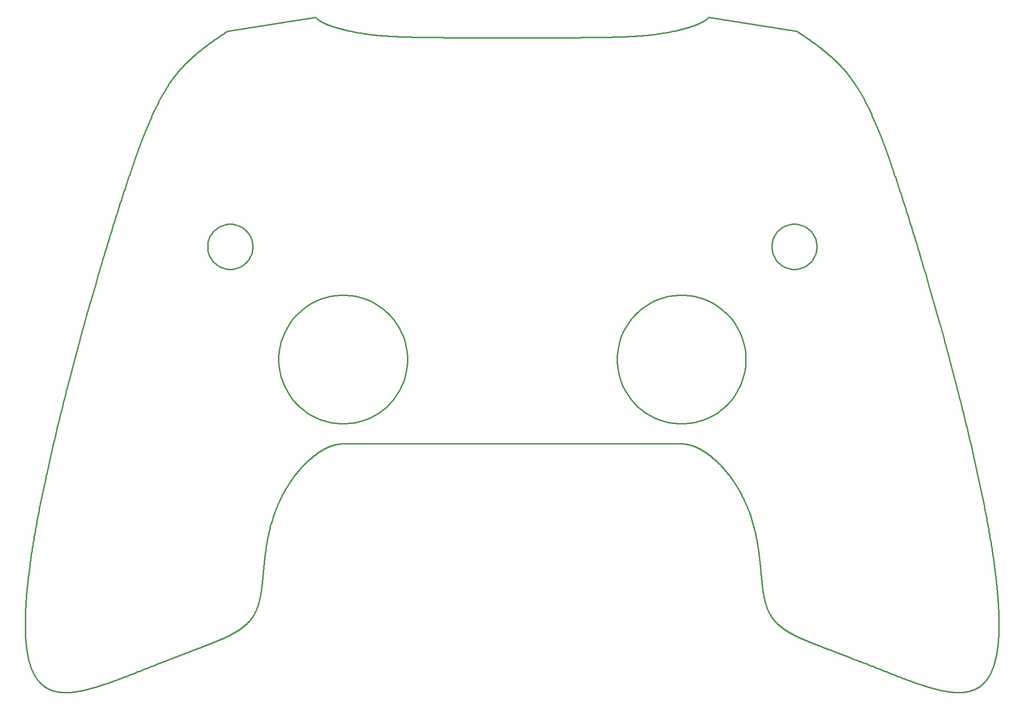
<source format=gko>
G04*
G04 #@! TF.GenerationSoftware,Altium Limited,Altium Designer,21.1.1 (26)*
G04*
G04 Layer_Color=16711935*
%FSLAX25Y25*%
%MOIN*%
G70*
G04*
G04 #@! TF.SameCoordinates,2E0BF697-75A6-4CC4-BED8-DE0F4DE65696*
G04*
G04*
G04 #@! TF.FilePolarity,Positive*
G04*
G01*
G75*
%ADD12C,0.01000*%
D12*
X-116347Y103937D02*
X-112831Y103660D01*
X-109347Y103109D01*
X-105918Y102285D01*
X-102564Y101195D01*
X-99305Y99846D01*
X-96163Y98245D01*
X-93156Y96402D01*
X-90303Y94329D01*
X-87621Y92038D01*
X-85127Y89544D01*
X-82837Y86863D01*
X-80764Y84009D01*
X-78921Y81002D01*
X-77320Y77860D01*
X-75970Y74602D01*
X-74880Y71247D01*
X-74057Y67818D01*
X-73505Y64334D01*
X-73228Y60818D01*
Y59055D02*
Y60818D01*
Y57292D02*
Y59055D01*
X-73505Y53776D02*
X-73228Y57292D01*
X-74057Y50292D02*
X-73505Y53776D01*
X-74880Y46863D02*
X-74057Y50292D01*
X-75970Y43509D02*
X-74880Y46863D01*
X-77320Y40250D02*
X-75970Y43509D01*
X-78921Y37108D02*
X-77320Y40250D01*
X-80764Y34101D02*
X-78921Y37108D01*
X-82837Y31248D02*
X-80764Y34101D01*
X-85127Y28566D02*
X-82837Y31248D01*
X-87621Y26072D02*
X-85127Y28566D01*
X-90303Y23781D02*
X-87621Y26072D01*
X-93156Y21708D02*
X-90303Y23781D01*
X-96163Y19866D02*
X-93156Y21708D01*
X-99305Y18264D02*
X-96163Y19866D01*
X-102564Y16915D02*
X-99305Y18264D01*
X-105918Y15825D02*
X-102564Y16915D01*
X-109347Y15002D02*
X-105918Y15825D01*
X-112831Y14450D02*
X-109347Y15002D01*
X-116347Y14173D02*
X-112831Y14450D01*
X-119874Y14173D02*
X-116347D01*
X-123390Y14450D02*
X-119874Y14173D01*
X-126873Y15002D02*
X-123390Y14450D01*
X-130302Y15825D02*
X-126873Y15002D01*
X-133657Y16915D02*
X-130302Y15825D01*
X-136915Y18264D02*
X-133657Y16915D01*
X-140057Y19866D02*
X-136915Y18264D01*
X-143064Y21708D02*
X-140057Y19866D01*
X-145918Y23781D02*
X-143064Y21708D01*
X-148600Y26072D02*
X-145918Y23781D01*
X-151093Y28566D02*
X-148600Y26072D01*
X-153384Y31248D02*
X-151093Y28566D01*
X-155457Y34101D02*
X-153384Y31248D01*
X-157300Y37108D02*
X-155457Y34101D01*
X-158901Y40250D02*
X-157300Y37108D01*
X-160250Y43509D02*
X-158901Y40250D01*
X-161340Y46863D02*
X-160250Y43509D01*
X-162164Y50292D02*
X-161340Y46863D01*
X-162715Y53776D02*
X-162164Y50292D01*
X-162992Y57292D02*
X-162715Y53776D01*
X-162992Y57292D02*
Y59055D01*
Y60818D01*
X-162715Y64334D01*
X-162164Y67818D01*
X-161340Y71247D01*
X-160250Y74602D01*
X-158901Y77860D01*
X-157300Y81002D01*
X-155457Y84009D01*
X-153384Y86863D01*
X-151093Y89544D01*
X-148600Y92038D01*
X-145918Y94329D01*
X-143064Y96402D01*
X-140057Y98245D01*
X-136915Y99846D01*
X-133657Y101195D01*
X-130302Y102285D01*
X-126873Y103109D01*
X-123390Y103660D01*
X-119874Y103937D01*
X-116347D01*
X119874D02*
X123390Y103660D01*
X126873Y103109D01*
X130302Y102285D01*
X133657Y101195D01*
X136915Y99846D01*
X140057Y98245D01*
X143064Y96402D01*
X145918Y94329D01*
X148600Y92038D01*
X151093Y89544D01*
X153384Y86863D01*
X155457Y84009D01*
X157300Y81002D01*
X158901Y77860D01*
X160250Y74602D01*
X161340Y71247D01*
X162164Y67818D01*
X162715Y64334D01*
X162992Y60818D01*
Y59055D02*
Y60818D01*
Y57292D02*
Y59055D01*
X162715Y53776D02*
X162992Y57292D01*
X162164Y50292D02*
X162715Y53776D01*
X161340Y46863D02*
X162164Y50292D01*
X160250Y43509D02*
X161340Y46863D01*
X158901Y40250D02*
X160250Y43509D01*
X157300Y37108D02*
X158901Y40250D01*
X155457Y34101D02*
X157300Y37108D01*
X153384Y31248D02*
X155457Y34101D01*
X151093Y28566D02*
X153384Y31248D01*
X148600Y26072D02*
X151093Y28566D01*
X145918Y23781D02*
X148600Y26072D01*
X143064Y21708D02*
X145918Y23781D01*
X140057Y19866D02*
X143064Y21708D01*
X136915Y18264D02*
X140057Y19866D01*
X133657Y16915D02*
X136915Y18264D01*
X130302Y15825D02*
X133657Y16915D01*
X126873Y15002D02*
X130302Y15825D01*
X123390Y14450D02*
X126873Y15002D01*
X119874Y14173D02*
X123390Y14450D01*
X116347Y14173D02*
X119874D01*
X112831Y14450D02*
X116347Y14173D01*
X109347Y15002D02*
X112831Y14450D01*
X105918Y15825D02*
X109347Y15002D01*
X102564Y16915D02*
X105918Y15825D01*
X99305Y18264D02*
X102564Y16915D01*
X96163Y19866D02*
X99305Y18264D01*
X93156Y21708D02*
X96163Y19866D01*
X90303Y23781D02*
X93156Y21708D01*
X87621Y26072D02*
X90303Y23781D01*
X85127Y28566D02*
X87621Y26072D01*
X82837Y31248D02*
X85127Y28566D01*
X80764Y34101D02*
X82837Y31248D01*
X78921Y37108D02*
X80764Y34101D01*
X77320Y40250D02*
X78921Y37108D01*
X75970Y43509D02*
X77320Y40250D01*
X74880Y46863D02*
X75970Y43509D01*
X74057Y50292D02*
X74880Y46863D01*
X73505Y53776D02*
X74057Y50292D01*
X73228Y57292D02*
X73505Y53776D01*
X73228Y57292D02*
Y59055D01*
Y60818D01*
X73505Y64334D01*
X74057Y67818D01*
X74880Y71247D01*
X75970Y74602D01*
X77320Y77860D01*
X78921Y81002D01*
X80764Y84009D01*
X82837Y86863D01*
X85127Y89544D01*
X87621Y92038D01*
X90303Y94329D01*
X93156Y96402D01*
X96163Y98245D01*
X99305Y99846D01*
X102564Y101195D01*
X105918Y102285D01*
X109347Y103109D01*
X112831Y103660D01*
X116347Y103937D01*
X119874D01*
X-195818Y153543D02*
X-193772Y153274D01*
X-191778Y152740D01*
X-189870Y151950D01*
X-188083Y150917D01*
X-186445Y149661D01*
X-184985Y148201D01*
X-183728Y146563D01*
X-182696Y144775D01*
X-181906Y142868D01*
X-181372Y140874D01*
X-181102Y138828D01*
Y137795D02*
Y138828D01*
Y136763D02*
Y137795D01*
X-181372Y134716D02*
X-181102Y136763D01*
X-181906Y132722D02*
X-181372Y134716D01*
X-182696Y130815D02*
X-181906Y132722D01*
X-183728Y129027D02*
X-182696Y130815D01*
X-184985Y127390D02*
X-183728Y129027D01*
X-186445Y125930D02*
X-184985Y127390D01*
X-188083Y124673D02*
X-186445Y125930D01*
X-189870Y123641D02*
X-188083Y124673D01*
X-191778Y122851D02*
X-189870Y123641D01*
X-193772Y122317D02*
X-191778Y122851D01*
X-195818Y122047D02*
X-193772Y122317D01*
X-197883Y122047D02*
X-195818D01*
X-199929Y122317D02*
X-197883Y122047D01*
X-201923Y122851D02*
X-199929Y122317D01*
X-203831Y123641D02*
X-201923Y122851D01*
X-205618Y124673D02*
X-203831Y123641D01*
X-207256Y125930D02*
X-205618Y124673D01*
X-208716Y127390D02*
X-207256Y125930D01*
X-209973Y129027D02*
X-208716Y127390D01*
X-211005Y130815D02*
X-209973Y129027D01*
X-211795Y132722D02*
X-211005Y130815D01*
X-212329Y134716D02*
X-211795Y132722D01*
X-212598Y136763D02*
X-212329Y134716D01*
X-212598Y136763D02*
Y137795D01*
Y138828D01*
X-212329Y140874D01*
X-211795Y142868D01*
X-211005Y144775D01*
X-209973Y146563D01*
X-208716Y148201D01*
X-207256Y149661D01*
X-205618Y150917D01*
X-203831Y151950D01*
X-201923Y152740D01*
X-199929Y153274D01*
X-197883Y153543D01*
X-195818D01*
X197883D02*
X199929Y153274D01*
X201923Y152740D01*
X203831Y151950D01*
X205618Y150917D01*
X207256Y149661D01*
X208716Y148201D01*
X209973Y146563D01*
X211005Y144775D01*
X211795Y142868D01*
X212329Y140874D01*
X212598Y138828D01*
Y137795D02*
Y138828D01*
Y136763D02*
Y137795D01*
X212329Y134716D02*
X212598Y136763D01*
X211795Y132722D02*
X212329Y134716D01*
X211005Y130815D02*
X211795Y132722D01*
X209973Y129027D02*
X211005Y130815D01*
X208716Y127390D02*
X209973Y129027D01*
X207256Y125930D02*
X208716Y127390D01*
X205618Y124673D02*
X207256Y125930D01*
X203831Y123641D02*
X205618Y124673D01*
X201923Y122851D02*
X203831Y123641D01*
X199929Y122317D02*
X201923Y122851D01*
X197883Y122047D02*
X199929Y122317D01*
X195818Y122047D02*
X197883D01*
X193772Y122317D02*
X195818Y122047D01*
X191778Y122851D02*
X193772Y122317D01*
X189870Y123641D02*
X191778Y122851D01*
X188083Y124673D02*
X189870Y123641D01*
X186445Y125930D02*
X188083Y124673D01*
X184985Y127390D02*
X186445Y125930D01*
X183728Y129027D02*
X184985Y127390D01*
X182696Y130815D02*
X183728Y129027D01*
X181906Y132722D02*
X182696Y130815D01*
X181372Y134716D02*
X181906Y132722D01*
X181102Y136763D02*
X181372Y134716D01*
X181102Y136763D02*
Y137795D01*
Y138828D01*
X181372Y140874D01*
X181906Y142868D01*
X182696Y144775D01*
X183728Y146563D01*
X184985Y148201D01*
X186445Y149661D01*
X188083Y150917D01*
X189870Y151950D01*
X191778Y152740D01*
X193772Y153274D01*
X195818Y153543D01*
X197883D01*
X136845Y297796D02*
X198263Y288347D01*
X136784Y297725D02*
X136845Y297796D01*
X136721Y297654D02*
X136784Y297725D01*
X136657Y297583D02*
X136721Y297654D01*
X136591Y297513D02*
X136657Y297583D01*
X136525Y297442D02*
X136591Y297513D01*
X136457Y297372D02*
X136525Y297442D01*
X136388Y297302D02*
X136457Y297372D01*
X136317Y297232D02*
X136388Y297302D01*
X136246Y297162D02*
X136317Y297232D01*
X136173Y297092D02*
X136246Y297162D01*
X136099Y297023D02*
X136173Y297092D01*
X136023Y296953D02*
X136099Y297023D01*
X135946Y296884D02*
X136023Y296953D01*
X135868Y296815D02*
X135946Y296884D01*
X135789Y296746D02*
X135868Y296815D01*
X135709Y296678D02*
X135789Y296746D01*
X135627Y296609D02*
X135709Y296678D01*
X135544Y296541D02*
X135627Y296609D01*
X135460Y296473D02*
X135544Y296541D01*
X135374Y296405D02*
X135460Y296473D01*
X135288Y296337D02*
X135374Y296405D01*
X135200Y296269D02*
X135288Y296337D01*
X135111Y296202D02*
X135200Y296269D01*
X135021Y296135D02*
X135111Y296202D01*
X134929Y296068D02*
X135021Y296135D01*
X134836Y296001D02*
X134929Y296068D01*
X134742Y295934D02*
X134836Y296001D01*
X134647Y295867D02*
X134742Y295934D01*
X134551Y295801D02*
X134647Y295867D01*
X134453Y295735D02*
X134551Y295801D01*
X134355Y295669D02*
X134453Y295735D01*
X134255Y295603D02*
X134355Y295669D01*
X134205Y295570D02*
X134255Y295603D01*
X134154Y295537D02*
X134205Y295570D01*
X134103Y295504D02*
X134154Y295537D01*
X134052Y295471D02*
X134103Y295504D01*
X134000Y295439D02*
X134052Y295471D01*
X133949Y295406D02*
X134000Y295439D01*
X133896Y295373D02*
X133949Y295406D01*
X133844Y295341D02*
X133896Y295373D01*
X133791Y295308D02*
X133844Y295341D01*
X133738Y295276D02*
X133791Y295308D01*
X133685Y295243D02*
X133738Y295276D01*
X133632Y295211D02*
X133685Y295243D01*
X133578Y295178D02*
X133632Y295211D01*
X133524Y295146D02*
X133578Y295178D01*
X133469Y295114D02*
X133524Y295146D01*
X133415Y295081D02*
X133469Y295114D01*
X133360Y295049D02*
X133415Y295081D01*
X133305Y295017D02*
X133360Y295049D01*
X133249Y294985D02*
X133305Y295017D01*
X133193Y294953D02*
X133249Y294985D01*
X133137Y294921D02*
X133193Y294953D01*
X133081Y294889D02*
X133137Y294921D01*
X133024Y294857D02*
X133081Y294889D01*
X132968Y294825D02*
X133024Y294857D01*
X132911Y294793D02*
X132968Y294825D01*
X132853Y294761D02*
X132911Y294793D01*
X132795Y294729D02*
X132853Y294761D01*
X132738Y294698D02*
X132795Y294729D01*
X132679Y294666D02*
X132738Y294698D01*
X132621Y294634D02*
X132679Y294666D01*
X132562Y294603D02*
X132621Y294634D01*
X132503Y294571D02*
X132562Y294603D01*
X132444Y294540D02*
X132503Y294571D01*
X132384Y294508D02*
X132444Y294540D01*
X132325Y294477D02*
X132384Y294508D01*
X132264Y294445D02*
X132325Y294477D01*
X132204Y294414D02*
X132264Y294445D01*
X132143Y294383D02*
X132204Y294414D01*
X132083Y294352D02*
X132143Y294383D01*
X132022Y294320D02*
X132083Y294352D01*
X131960Y294289D02*
X132022Y294320D01*
X131899Y294258D02*
X131960Y294289D01*
X131837Y294227D02*
X131899Y294258D01*
X131775Y294196D02*
X131837Y294227D01*
X131712Y294165D02*
X131775Y294196D01*
X131650Y294134D02*
X131712Y294165D01*
X131587Y294103D02*
X131650Y294134D01*
X131524Y294072D02*
X131587Y294103D01*
X131460Y294041D02*
X131524Y294072D01*
X131397Y294011D02*
X131460Y294041D01*
X131333Y293980D02*
X131397Y294011D01*
X131269Y293949D02*
X131333Y293980D01*
X131204Y293919D02*
X131269Y293949D01*
X131140Y293888D02*
X131204Y293919D01*
X131075Y293858D02*
X131140Y293888D01*
X131010Y293827D02*
X131075Y293858D01*
X130945Y293797D02*
X131010Y293827D01*
X130879Y293766D02*
X130945Y293797D01*
X130813Y293736D02*
X130879Y293766D01*
X130747Y293706D02*
X130813Y293736D01*
X130681Y293675D02*
X130747Y293706D01*
X130615Y293645D02*
X130681Y293675D01*
X130548Y293615D02*
X130615Y293645D01*
X130481Y293585D02*
X130548Y293615D01*
X130414Y293555D02*
X130481Y293585D01*
X130346Y293525D02*
X130414Y293555D01*
X130279Y293495D02*
X130346Y293525D01*
X130211Y293465D02*
X130279Y293495D01*
X130143Y293435D02*
X130211Y293465D01*
X130075Y293405D02*
X130143Y293435D01*
X130006Y293375D02*
X130075Y293405D01*
X129937Y293345D02*
X130006Y293375D01*
X129868Y293316D02*
X129937Y293345D01*
X129799Y293286D02*
X129868Y293316D01*
X129730Y293256D02*
X129799Y293286D01*
X129660Y293227D02*
X129730Y293256D01*
X129590Y293197D02*
X129660Y293227D01*
X129520Y293167D02*
X129590Y293197D01*
X129450Y293138D02*
X129520Y293167D01*
X129379Y293109D02*
X129450Y293138D01*
X129309Y293079D02*
X129379Y293109D01*
X129238Y293050D02*
X129309Y293079D01*
X129167Y293021D02*
X129238Y293050D01*
X129095Y292991D02*
X129167Y293021D01*
X129024Y292962D02*
X129095Y292991D01*
X128952Y292933D02*
X129024Y292962D01*
X128808Y292875D02*
X128952Y292933D01*
X128663Y292817D02*
X128808Y292875D01*
X128517Y292759D02*
X128663Y292817D01*
X128371Y292702D02*
X128517Y292759D01*
X128223Y292644D02*
X128371Y292702D01*
X128075Y292587D02*
X128223Y292644D01*
X127927Y292530D02*
X128075Y292587D01*
X127777Y292473D02*
X127927Y292530D01*
X127627Y292417D02*
X127777Y292473D01*
X127476Y292360D02*
X127627Y292417D01*
X127324Y292304D02*
X127476Y292360D01*
X127171Y292248D02*
X127324Y292304D01*
X127018Y292192D02*
X127171Y292248D01*
X126864Y292136D02*
X127018Y292192D01*
X126710Y292081D02*
X126864Y292136D01*
X126555Y292025D02*
X126710Y292081D01*
X126399Y291970D02*
X126555Y292025D01*
X126242Y291915D02*
X126399Y291970D01*
X126085Y291861D02*
X126242Y291915D01*
X125927Y291806D02*
X126085Y291861D01*
X125769Y291752D02*
X125927Y291806D01*
X125610Y291698D02*
X125769Y291752D01*
X125450Y291644D02*
X125610Y291698D01*
X125290Y291590D02*
X125450Y291644D01*
X125129Y291536D02*
X125290Y291590D01*
X124968Y291483D02*
X125129Y291536D01*
X124806Y291430D02*
X124968Y291483D01*
X124643Y291377D02*
X124806Y291430D01*
X124480Y291324D02*
X124643Y291377D01*
X124316Y291271D02*
X124480Y291324D01*
X124152Y291219D02*
X124316Y291271D01*
X123988Y291167D02*
X124152Y291219D01*
X123822Y291115D02*
X123988Y291167D01*
X123657Y291063D02*
X123822Y291115D01*
X123491Y291011D02*
X123657Y291063D01*
X123324Y290960D02*
X123491Y291011D01*
X123157Y290909D02*
X123324Y290960D01*
X122989Y290858D02*
X123157Y290909D01*
X122821Y290807D02*
X122989Y290858D01*
X122653Y290756D02*
X122821Y290807D01*
X122484Y290706D02*
X122653Y290756D01*
X122315Y290655D02*
X122484Y290706D01*
X122145Y290605D02*
X122315Y290655D01*
X121975Y290556D02*
X122145Y290605D01*
X121805Y290506D02*
X121975Y290556D01*
X121634Y290457D02*
X121805Y290506D01*
X121463Y290407D02*
X121634Y290457D01*
X121291Y290358D02*
X121463Y290407D01*
X121119Y290310D02*
X121291Y290358D01*
X120947Y290261D02*
X121119Y290310D01*
X120774Y290212D02*
X120947Y290261D01*
X120601Y290164D02*
X120774Y290212D01*
X120428Y290116D02*
X120601Y290164D01*
X120254Y290068D02*
X120428Y290116D01*
X120080Y290021D02*
X120254Y290068D01*
X119906Y289973D02*
X120080Y290021D01*
X119731Y289926D02*
X119906Y289973D01*
X119469Y289856D02*
X119731Y289926D01*
X119206Y289786D02*
X119469Y289856D01*
X118942Y289716D02*
X119206Y289786D01*
X118678Y289647D02*
X118942Y289716D01*
X118413Y289579D02*
X118678Y289647D01*
X118148Y289511D02*
X118413Y289579D01*
X117882Y289443D02*
X118148Y289511D01*
X117616Y289376D02*
X117882Y289443D01*
X117349Y289309D02*
X117616Y289376D01*
X117082Y289243D02*
X117349Y289309D01*
X116815Y289177D02*
X117082Y289243D01*
X116457Y289090D02*
X116815Y289177D01*
X116099Y289004D02*
X116457Y289090D01*
X115741Y288919D02*
X116099Y289004D01*
X115382Y288835D02*
X115741Y288919D01*
X114932Y288730D02*
X115382Y288835D01*
X114481Y288627D02*
X114932Y288730D01*
X114030Y288525D02*
X114481Y288627D01*
X113487Y288405D02*
X114030Y288525D01*
X112853Y288267D02*
X113487Y288405D01*
X112126Y288112D02*
X112853Y288267D01*
X111216Y287924D02*
X112126Y288112D01*
X109846Y287650D02*
X111216Y287924D01*
X109376Y287559D02*
X109846Y287650D01*
X108434Y287381D02*
X109376Y287559D01*
X107491Y287209D02*
X108434Y287381D01*
X106546Y287043D02*
X107491Y287209D01*
X106074Y286962D02*
X106546Y287043D01*
X105689Y286897D02*
X106074Y286962D01*
X104920Y286770D02*
X105689Y286897D01*
X104149Y286647D02*
X104920Y286770D01*
X103378Y286527D02*
X104149Y286647D01*
X102993Y286469D02*
X103378Y286527D01*
X101667Y286275D02*
X102993Y286469D01*
X100711Y286143D02*
X101667Y286275D01*
X99941Y286040D02*
X100711Y286143D01*
X99262Y285953D02*
X99941Y286040D01*
X98676Y285880D02*
X99262Y285953D01*
X98087Y285808D02*
X98676Y285880D01*
X97592Y285750D02*
X98087Y285808D01*
X97095Y285692D02*
X97592Y285750D01*
X96694Y285647D02*
X97095Y285692D01*
X96292Y285603D02*
X96694Y285647D01*
X95887Y285559D02*
X96292Y285603D01*
X95480Y285516D02*
X95887Y285559D01*
X95071Y285474D02*
X95480Y285516D01*
X94763Y285442D02*
X95071Y285474D01*
X94453Y285411D02*
X94763Y285442D01*
X94141Y285381D02*
X94453Y285411D01*
X93828Y285350D02*
X94141Y285381D01*
X93514Y285321D02*
X93828Y285350D01*
X93198Y285291D02*
X93514Y285321D01*
X92880Y285262D02*
X93198Y285291D01*
X92561Y285233D02*
X92880Y285262D01*
X92239Y285205D02*
X92561Y285233D01*
X91917Y285177D02*
X92239Y285205D01*
X91592Y285149D02*
X91917Y285177D01*
X91266Y285121D02*
X91592Y285149D01*
X90938Y285094D02*
X91266Y285121D01*
X90607Y285068D02*
X90938Y285094D01*
X90386Y285050D02*
X90607Y285068D01*
X90164Y285033D02*
X90386Y285050D01*
X89941Y285015D02*
X90164Y285033D01*
X89717Y284998D02*
X89941Y285015D01*
X89492Y284981D02*
X89717Y284998D01*
X89266Y284964D02*
X89492Y284981D01*
X89040Y284948D02*
X89266Y284964D01*
X88812Y284931D02*
X89040Y284948D01*
X88583Y284915D02*
X88812Y284931D01*
X88354Y284898D02*
X88583Y284915D01*
X88123Y284882D02*
X88354Y284898D01*
X87892Y284866D02*
X88123Y284882D01*
X87659Y284850D02*
X87892Y284866D01*
X87425Y284835D02*
X87659Y284850D01*
X87190Y284819D02*
X87425Y284835D01*
X86954Y284804D02*
X87190Y284819D01*
X86717Y284788D02*
X86954Y284804D01*
X86479Y284773D02*
X86717Y284788D01*
X86240Y284758D02*
X86479Y284773D01*
X86000Y284743D02*
X86240Y284758D01*
X85759Y284729D02*
X86000Y284743D01*
X85516Y284714D02*
X85759Y284729D01*
X85272Y284700D02*
X85516Y284714D01*
X85027Y284685D02*
X85272Y284700D01*
X84781Y284671D02*
X85027Y284685D01*
X84534Y284657D02*
X84781Y284671D01*
X84285Y284643D02*
X84534Y284657D01*
X84035Y284629D02*
X84285Y284643D01*
X83784Y284616D02*
X84035Y284629D01*
X83532Y284602D02*
X83784Y284616D01*
X83279Y284589D02*
X83532Y284602D01*
X83024Y284575D02*
X83279Y284589D01*
X82767Y284562D02*
X83024Y284575D01*
X82510Y284549D02*
X82767Y284562D01*
X82251Y284536D02*
X82510Y284549D01*
X81991Y284524D02*
X82251Y284536D01*
X81729Y284511D02*
X81991Y284524D01*
X81466Y284498D02*
X81729Y284511D01*
X81202Y284486D02*
X81466Y284498D01*
X80936Y284474D02*
X81202Y284486D01*
X80668Y284461D02*
X80936Y284474D01*
X80400Y284450D02*
X80668Y284461D01*
X80130Y284438D02*
X80400Y284450D01*
X79858Y284426D02*
X80130Y284438D01*
X79585Y284414D02*
X79858Y284426D01*
X79310Y284403D02*
X79585Y284414D01*
X79034Y284391D02*
X79310Y284403D01*
X78756Y284380D02*
X79034Y284391D01*
X78477Y284369D02*
X78756Y284380D01*
X78196Y284358D02*
X78477Y284369D01*
X77914Y284347D02*
X78196Y284358D01*
X77630Y284336D02*
X77914Y284347D01*
X77344Y284325D02*
X77630Y284336D01*
X77057Y284314D02*
X77344Y284325D01*
X76768Y284304D02*
X77057Y284314D01*
X76477Y284293D02*
X76768Y284304D01*
X76185Y284283D02*
X76477Y284293D01*
X75891Y284273D02*
X76185Y284283D01*
X75596Y284263D02*
X75891Y284273D01*
X75298Y284253D02*
X75596Y284263D01*
X74999Y284243D02*
X75298Y284253D01*
X74698Y284233D02*
X74999Y284243D01*
X74396Y284223D02*
X74698Y284233D01*
X74091Y284214D02*
X74396Y284223D01*
X73785Y284204D02*
X74091Y284214D01*
X73477Y284195D02*
X73785Y284204D01*
X73168Y284186D02*
X73477Y284195D01*
X72856Y284177D02*
X73168Y284186D01*
X72542Y284168D02*
X72856Y284177D01*
X72227Y284159D02*
X72542Y284168D01*
X71910Y284150D02*
X72227Y284159D01*
X71591Y284141D02*
X71910Y284150D01*
X71269Y284132D02*
X71591Y284141D01*
X70946Y284124D02*
X71269Y284132D01*
X70621Y284115D02*
X70946Y284124D01*
X70294Y284107D02*
X70621Y284115D01*
X70130Y284103D02*
X70294Y284107D01*
X69965Y284099D02*
X70130Y284103D01*
X69800Y284095D02*
X69965Y284099D01*
X69635Y284090D02*
X69800Y284095D01*
X69468Y284086D02*
X69635Y284090D01*
X69302Y284082D02*
X69468Y284086D01*
X69134Y284078D02*
X69302Y284082D01*
X68967Y284074D02*
X69134Y284078D01*
X68799Y284070D02*
X68967Y284074D01*
X68630Y284067D02*
X68799Y284070D01*
X68461Y284063D02*
X68630Y284067D01*
X68291Y284059D02*
X68461Y284063D01*
X68120Y284055D02*
X68291Y284059D01*
X67950Y284051D02*
X68120Y284055D01*
X67778Y284047D02*
X67950Y284051D01*
X67606Y284043D02*
X67778Y284047D01*
X67434Y284040D02*
X67606Y284043D01*
X67261Y284036D02*
X67434Y284040D01*
X67088Y284032D02*
X67261Y284036D01*
X66914Y284029D02*
X67088Y284032D01*
X66739Y284025D02*
X66914Y284029D01*
X66564Y284021D02*
X66739Y284025D01*
X66388Y284017D02*
X66564Y284021D01*
X66212Y284014D02*
X66388Y284017D01*
X66036Y284010D02*
X66212Y284014D01*
X65859Y284007D02*
X66036Y284010D01*
X65681Y284003D02*
X65859Y284007D01*
X65503Y284000D02*
X65681Y284003D01*
X65324Y283996D02*
X65503Y284000D01*
X65144Y283993D02*
X65324Y283996D01*
X64964Y283989D02*
X65144Y283993D01*
X64784Y283986D02*
X64964Y283989D01*
X64603Y283982D02*
X64784Y283986D01*
X64421Y283979D02*
X64603Y283982D01*
X64239Y283976D02*
X64421Y283979D01*
X64056Y283972D02*
X64239Y283976D01*
X63873Y283969D02*
X64056Y283972D01*
X63689Y283965D02*
X63873Y283969D01*
X63505Y283962D02*
X63689Y283965D01*
X63320Y283959D02*
X63505Y283962D01*
X63134Y283956D02*
X63320Y283959D01*
X62948Y283952D02*
X63134Y283956D01*
X62761Y283949D02*
X62948Y283952D01*
X62574Y283946D02*
X62761Y283949D01*
X62386Y283943D02*
X62574Y283946D01*
X62198Y283940D02*
X62386Y283943D01*
X62009Y283937D02*
X62198Y283940D01*
X61819Y283933D02*
X62009Y283937D01*
X61629Y283930D02*
X61819Y283933D01*
X61438Y283927D02*
X61629Y283930D01*
X61247Y283924D02*
X61438Y283927D01*
X61055Y283921D02*
X61247Y283924D01*
X60862Y283918D02*
X61055Y283921D01*
X60669Y283915D02*
X60862Y283918D01*
X60475Y283912D02*
X60669Y283915D01*
X60281Y283909D02*
X60475Y283912D01*
X60086Y283906D02*
X60281Y283909D01*
X59891Y283903D02*
X60086Y283906D01*
X59694Y283900D02*
X59891Y283903D01*
X59498Y283898D02*
X59694Y283900D01*
X59300Y283895D02*
X59498Y283898D01*
X59102Y283892D02*
X59300Y283895D01*
X58904Y283889D02*
X59102Y283892D01*
X58705Y283886D02*
X58904Y283889D01*
X58505Y283884D02*
X58705Y283886D01*
X58304Y283881D02*
X58505Y283884D01*
X58103Y283878D02*
X58304Y283881D01*
X57902Y283875D02*
X58103Y283878D01*
X57700Y283873D02*
X57902Y283875D01*
X57497Y283870D02*
X57700Y283873D01*
X57293Y283867D02*
X57497Y283870D01*
X57089Y283865D02*
X57293Y283867D01*
X56884Y283862D02*
X57089Y283865D01*
X56679Y283859D02*
X56884Y283862D01*
X56473Y283857D02*
X56679Y283859D01*
X56266Y283854D02*
X56473Y283857D01*
X56059Y283852D02*
X56266Y283854D01*
X55851Y283849D02*
X56059Y283852D01*
X55642Y283846D02*
X55851Y283849D01*
X55433Y283844D02*
X55642Y283846D01*
X55223Y283841D02*
X55433Y283844D01*
X55013Y283839D02*
X55223Y283841D01*
X54801Y283837D02*
X55013Y283839D01*
X54590Y283834D02*
X54801Y283837D01*
X54377Y283832D02*
X54590Y283834D01*
X54164Y283829D02*
X54377Y283832D01*
X53950Y283827D02*
X54164Y283829D01*
X53736Y283825D02*
X53950Y283827D01*
X53521Y283822D02*
X53736Y283825D01*
X53305Y283820D02*
X53521Y283822D01*
X53089Y283818D02*
X53305Y283820D01*
X52872Y283815D02*
X53089Y283818D01*
X52654Y283813D02*
X52872Y283815D01*
X52436Y283811D02*
X52654Y283813D01*
X52217Y283808D02*
X52436Y283811D01*
X51997Y283806D02*
X52217Y283808D01*
X51776Y283804D02*
X51997Y283806D01*
X51556Y283802D02*
X51776Y283804D01*
X51334Y283800D02*
X51556Y283802D01*
X51111Y283797D02*
X51334Y283800D01*
X50888Y283795D02*
X51111Y283797D01*
X50665Y283793D02*
X50888Y283795D01*
X50440Y283791D02*
X50665Y283793D01*
X50215Y283789D02*
X50440Y283791D01*
X49989Y283787D02*
X50215Y283789D01*
X49763Y283785D02*
X49989Y283787D01*
X49536Y283783D02*
X49763Y283785D01*
X49308Y283781D02*
X49536Y283783D01*
X49079Y283779D02*
X49308Y283781D01*
X48850Y283777D02*
X49079Y283779D01*
X48620Y283775D02*
X48850Y283777D01*
X48390Y283773D02*
X48620Y283775D01*
X48158Y283771D02*
X48390Y283773D01*
X47926Y283769D02*
X48158Y283771D01*
X47693Y283767D02*
X47926Y283769D01*
X47460Y283765D02*
X47693Y283767D01*
X47226Y283763D02*
X47460Y283765D01*
X46991Y283761D02*
X47226Y283763D01*
X46756Y283759D02*
X46991Y283761D01*
X46520Y283757D02*
X46756Y283759D01*
X46283Y283755D02*
X46520Y283757D01*
X46045Y283754D02*
X46283Y283755D01*
X45807Y283752D02*
X46045Y283754D01*
X45568Y283750D02*
X45807Y283752D01*
X45328Y283748D02*
X45568Y283750D01*
X45087Y283747D02*
X45328Y283748D01*
X44846Y283745D02*
X45087Y283747D01*
X44604Y283743D02*
X44846Y283745D01*
X44361Y283741D02*
X44604Y283743D01*
X44118Y283740D02*
X44361Y283741D01*
X43874Y283738D02*
X44118Y283740D01*
X43629Y283736D02*
X43874Y283738D01*
X43384Y283735D02*
X43629Y283736D01*
X43137Y283733D02*
X43384Y283735D01*
X42890Y283731D02*
X43137Y283733D01*
X42643Y283730D02*
X42890Y283731D01*
X42394Y283728D02*
X42643Y283730D01*
X42145Y283727D02*
X42394Y283728D01*
X41895Y283725D02*
X42145Y283727D01*
X41644Y283723D02*
X41895Y283725D01*
X41393Y283722D02*
X41644Y283723D01*
X41141Y283720D02*
X41393Y283722D01*
X40888Y283719D02*
X41141Y283720D01*
X40634Y283717D02*
X40888Y283719D01*
X40380Y283716D02*
X40634Y283717D01*
X40125Y283714D02*
X40380Y283716D01*
X39869Y283713D02*
X40125Y283714D01*
X39612Y283711D02*
X39869Y283713D01*
X39355Y283710D02*
X39612Y283711D01*
X39097Y283709D02*
X39355Y283710D01*
X38838Y283707D02*
X39097Y283709D01*
X38579Y283706D02*
X38838Y283707D01*
X38318Y283704D02*
X38579Y283706D01*
X38057Y283703D02*
X38318Y283704D01*
X37795Y283701D02*
X38057Y283703D01*
X37533Y283700D02*
X37795Y283701D01*
X37269Y283699D02*
X37533Y283700D01*
X37005Y283698D02*
X37269Y283699D01*
X36740Y283696D02*
X37005Y283698D01*
X36474Y283695D02*
X36740Y283696D01*
X36208Y283694D02*
X36474Y283695D01*
X35941Y283692D02*
X36208Y283694D01*
X35673Y283691D02*
X35941Y283692D01*
X35404Y283690D02*
X35673Y283691D01*
X35135Y283689D02*
X35404Y283690D01*
X34864Y283687D02*
X35135Y283689D01*
X34593Y283686D02*
X34864Y283687D01*
X34321Y283685D02*
X34593Y283686D01*
X34049Y283684D02*
X34321Y283685D01*
X33775Y283683D02*
X34049Y283684D01*
X33501Y283682D02*
X33775Y283683D01*
X33226Y283680D02*
X33501Y283682D01*
X32950Y283679D02*
X33226Y283680D01*
X32674Y283678D02*
X32950Y283679D01*
X32397Y283677D02*
X32674Y283678D01*
X32119Y283676D02*
X32397Y283677D01*
X31840Y283675D02*
X32119Y283676D01*
X31560Y283674D02*
X31840Y283675D01*
X31280Y283673D02*
X31560Y283674D01*
X30999Y283672D02*
X31280Y283673D01*
X30717Y283671D02*
X30999Y283672D01*
X30434Y283670D02*
X30717Y283671D01*
X30150Y283669D02*
X30434Y283670D01*
X29866Y283668D02*
X30150Y283669D01*
X29581Y283667D02*
X29866Y283668D01*
X29295Y283666D02*
X29581Y283667D01*
X29008Y283665D02*
X29295Y283666D01*
X28720Y283664D02*
X29008Y283665D01*
X28432Y283663D02*
X28720Y283664D01*
X28143Y283662D02*
X28432Y283663D01*
X27853Y283661D02*
X28143Y283662D01*
X27562Y283660D02*
X27853Y283661D01*
X27271Y283659D02*
X27562Y283660D01*
X26978Y283658D02*
X27271Y283659D01*
X26685Y283657D02*
X26978Y283658D01*
X26391Y283657D02*
X26685Y283657D01*
X26096Y283656D02*
X26391Y283657D01*
X25801Y283655D02*
X26096Y283656D01*
X25504Y283654D02*
X25801Y283655D01*
X25207Y283653D02*
X25504Y283654D01*
X24909Y283652D02*
X25207Y283653D01*
X24611Y283652D02*
X24909Y283652D01*
X24311Y283651D02*
X24611Y283652D01*
X24010Y283650D02*
X24311Y283651D01*
X23709Y283649D02*
X24010Y283650D01*
X23407Y283649D02*
X23709Y283649D01*
X23104Y283648D02*
X23407Y283649D01*
X22801Y283647D02*
X23104Y283648D01*
X22496Y283646D02*
X22801Y283647D01*
X22191Y283646D02*
X22496Y283646D01*
X21885Y283645D02*
X22191Y283646D01*
X21578Y283644D02*
X21885Y283645D01*
X20961Y283643D02*
X21578Y283644D01*
X20342Y283642D02*
X20961Y283643D01*
X19719Y283641D02*
X20342Y283642D01*
X19092Y283639D02*
X19719Y283641D01*
X18463Y283638D02*
X19092Y283639D01*
X17830Y283637D02*
X18463Y283638D01*
X17194Y283636D02*
X17830Y283637D01*
X16554Y283635D02*
X17194Y283636D01*
X15911Y283634D02*
X16554Y283635D01*
X15265Y283633D02*
X15911Y283634D01*
X14616Y283632D02*
X15265Y283633D01*
X13963Y283631D02*
X14616Y283632D01*
X13307Y283630D02*
X13963Y283631D01*
X12647Y283630D02*
X13307Y283630D01*
X11984Y283629D02*
X12647Y283630D01*
X11318Y283628D02*
X11984Y283629D01*
X10648Y283628D02*
X11318Y283628D01*
X9975Y283627D02*
X10648Y283628D01*
X9299Y283627D02*
X9975Y283627D01*
X8619Y283626D02*
X9299Y283627D01*
X7936Y283626D02*
X8619Y283626D01*
X7250Y283625D02*
X7936Y283626D01*
X6560Y283625D02*
X7250Y283625D01*
X5867Y283624D02*
X6560Y283625D01*
X5170Y283624D02*
X5867Y283624D01*
X4470Y283624D02*
X5170Y283624D01*
X3767Y283623D02*
X4470Y283624D01*
X3060Y283623D02*
X3767Y283623D01*
X2350Y283623D02*
X3060Y283623D01*
X1636Y283623D02*
X2350Y283623D01*
X919Y283623D02*
X1636Y283623D01*
X199Y283623D02*
X919Y283623D01*
X-163Y283623D02*
X199Y283623D01*
X-524D02*
X-163Y283623D01*
X-1244Y283623D02*
X-524Y283623D01*
X-1961Y283623D02*
X-1244Y283623D01*
X-2675Y283623D02*
X-1961Y283623D01*
X-3385Y283623D02*
X-2675Y283623D01*
X-4092Y283623D02*
X-3385Y283623D01*
X-4795Y283624D02*
X-4092Y283623D01*
X-5495Y283624D02*
X-4795Y283624D01*
X-6192Y283624D02*
X-5495Y283624D01*
X-6885Y283625D02*
X-6192Y283624D01*
X-7575Y283625D02*
X-6885Y283625D01*
X-8261Y283626D02*
X-7575Y283625D01*
X-8945Y283626D02*
X-8261Y283626D01*
X-9624Y283627D02*
X-8945Y283626D01*
X-10301Y283627D02*
X-9624Y283627D01*
X-10973Y283628D02*
X-10301Y283627D01*
X-11643Y283628D02*
X-10973Y283628D01*
X-12309Y283629D02*
X-11643Y283628D01*
X-12972Y283630D02*
X-12309Y283629D01*
X-13632Y283630D02*
X-12972Y283630D01*
X-14288Y283631D02*
X-13632Y283630D01*
X-14941Y283632D02*
X-14288Y283631D01*
X-15590Y283633D02*
X-14941Y283632D01*
X-16237Y283634D02*
X-15590Y283633D01*
X-16879Y283635D02*
X-16237Y283634D01*
X-17519Y283636D02*
X-16879Y283635D01*
X-18155Y283637D02*
X-17519Y283636D01*
X-18788Y283638D02*
X-18155Y283637D01*
X-19418Y283639D02*
X-18788Y283638D01*
X-20044Y283641D02*
X-19418Y283639D01*
X-20667Y283642D02*
X-20044Y283641D01*
X-21286Y283643D02*
X-20667Y283642D01*
X-21903Y283644D02*
X-21286Y283643D01*
X-22210Y283645D02*
X-21903Y283644D01*
X-22516Y283646D02*
X-22210Y283645D01*
X-22821Y283646D02*
X-22516Y283646D01*
X-23126Y283647D02*
X-22821Y283646D01*
X-23429Y283648D02*
X-23126Y283647D01*
X-23732Y283649D02*
X-23429Y283648D01*
X-24034Y283649D02*
X-23732Y283649D01*
X-24336Y283650D02*
X-24034Y283649D01*
X-24636Y283651D02*
X-24336Y283650D01*
X-24936Y283652D02*
X-24636Y283651D01*
X-25234Y283652D02*
X-24936Y283652D01*
X-25532Y283653D02*
X-25234Y283652D01*
X-25830Y283654D02*
X-25532Y283653D01*
X-26126Y283655D02*
X-25830Y283654D01*
X-26422Y283656D02*
X-26126Y283655D01*
X-26716Y283657D02*
X-26422Y283656D01*
X-27010Y283657D02*
X-26716Y283657D01*
X-27303Y283658D02*
X-27010Y283657D01*
X-27596Y283659D02*
X-27303Y283658D01*
X-27887Y283660D02*
X-27596Y283659D01*
X-28178Y283661D02*
X-27887Y283660D01*
X-28468Y283662D02*
X-28178Y283661D01*
X-28757Y283663D02*
X-28468Y283662D01*
X-29046Y283664D02*
X-28757Y283663D01*
X-29333Y283665D02*
X-29046Y283664D01*
X-29620Y283666D02*
X-29333Y283665D01*
X-29906Y283667D02*
X-29620Y283666D01*
X-30191Y283668D02*
X-29906Y283667D01*
X-30475Y283669D02*
X-30191Y283668D01*
X-30759Y283670D02*
X-30475Y283669D01*
X-31042Y283671D02*
X-30759Y283670D01*
X-31324Y283672D02*
X-31042Y283671D01*
X-31605Y283673D02*
X-31324Y283672D01*
X-31885Y283674D02*
X-31605Y283673D01*
X-32165Y283675D02*
X-31885Y283674D01*
X-32444Y283676D02*
X-32165Y283675D01*
X-32722Y283677D02*
X-32444Y283676D01*
X-32999Y283678D02*
X-32722Y283677D01*
X-33276Y283679D02*
X-32999Y283678D01*
X-33551Y283680D02*
X-33276Y283679D01*
X-33826Y283682D02*
X-33551Y283680D01*
X-34101Y283683D02*
X-33826Y283682D01*
X-34374Y283684D02*
X-34101Y283683D01*
X-34647Y283685D02*
X-34374Y283684D01*
X-34918Y283686D02*
X-34647Y283685D01*
X-35190Y283687D02*
X-34918Y283686D01*
X-35460Y283689D02*
X-35190Y283687D01*
X-35729Y283690D02*
X-35460Y283689D01*
X-35998Y283691D02*
X-35729Y283690D01*
X-36266Y283692D02*
X-35998Y283691D01*
X-36533Y283694D02*
X-36266Y283692D01*
X-36800Y283695D02*
X-36533Y283694D01*
X-37065Y283696D02*
X-36800Y283695D01*
X-37330Y283698D02*
X-37065Y283696D01*
X-37594Y283699D02*
X-37330Y283698D01*
X-37858Y283700D02*
X-37594Y283699D01*
X-38120Y283701D02*
X-37858Y283700D01*
X-38382Y283703D02*
X-38120Y283701D01*
X-38643Y283704D02*
X-38382Y283703D01*
X-38904Y283706D02*
X-38643Y283704D01*
X-39163Y283707D02*
X-38904Y283706D01*
X-39422Y283709D02*
X-39163Y283707D01*
X-39680Y283710D02*
X-39422Y283709D01*
X-39938Y283711D02*
X-39680Y283710D01*
X-40194Y283713D02*
X-39938Y283711D01*
X-40450Y283714D02*
X-40194Y283713D01*
X-40705Y283716D02*
X-40450Y283714D01*
X-40960Y283717D02*
X-40705Y283716D01*
X-41213Y283719D02*
X-40960Y283717D01*
X-41466Y283720D02*
X-41213Y283719D01*
X-41718Y283722D02*
X-41466Y283720D01*
X-41970Y283723D02*
X-41718Y283722D01*
X-42220Y283725D02*
X-41970Y283723D01*
X-42470Y283727D02*
X-42220Y283725D01*
X-42720Y283728D02*
X-42470Y283727D01*
X-42968Y283730D02*
X-42720Y283728D01*
X-43216Y283731D02*
X-42968Y283730D01*
X-43463Y283733D02*
X-43216Y283731D01*
X-43709Y283735D02*
X-43463Y283733D01*
X-43955Y283736D02*
X-43709Y283735D01*
X-44199Y283738D02*
X-43955Y283736D01*
X-44443Y283740D02*
X-44199Y283738D01*
X-44687Y283741D02*
X-44443Y283740D01*
X-44929Y283743D02*
X-44687Y283741D01*
X-45171Y283745D02*
X-44929Y283743D01*
X-45412Y283747D02*
X-45171Y283745D01*
X-45653Y283748D02*
X-45412Y283747D01*
X-45893Y283750D02*
X-45653Y283748D01*
X-46132Y283752D02*
X-45893Y283750D01*
X-46370Y283754D02*
X-46132Y283752D01*
X-46608Y283755D02*
X-46370Y283754D01*
X-46845Y283757D02*
X-46608Y283755D01*
X-47081Y283759D02*
X-46845Y283757D01*
X-47316Y283761D02*
X-47081Y283759D01*
X-47551Y283763D02*
X-47316Y283761D01*
X-47785Y283765D02*
X-47551Y283763D01*
X-48019Y283767D02*
X-47785Y283765D01*
X-48252Y283769D02*
X-48019Y283767D01*
X-48483Y283771D02*
X-48252Y283769D01*
X-48715Y283773D02*
X-48483Y283771D01*
X-48945Y283775D02*
X-48715Y283773D01*
X-49175Y283777D02*
X-48945Y283775D01*
X-49404Y283779D02*
X-49175Y283777D01*
X-49633Y283781D02*
X-49404Y283779D01*
X-49861Y283783D02*
X-49633Y283781D01*
X-50088Y283785D02*
X-49861Y283783D01*
X-50314Y283787D02*
X-50088Y283785D01*
X-50540Y283789D02*
X-50314Y283787D01*
X-50765Y283791D02*
X-50540Y283789D01*
X-50990Y283793D02*
X-50765Y283791D01*
X-51214Y283795D02*
X-50990Y283793D01*
X-51437Y283797D02*
X-51214Y283795D01*
X-51659Y283800D02*
X-51437Y283797D01*
X-51881Y283802D02*
X-51659Y283800D01*
X-52102Y283804D02*
X-51881Y283802D01*
X-52322Y283806D02*
X-52102Y283804D01*
X-52542Y283808D02*
X-52322Y283806D01*
X-52761Y283811D02*
X-52542Y283808D01*
X-52979Y283813D02*
X-52761Y283811D01*
X-53197Y283815D02*
X-52979Y283813D01*
X-53414Y283818D02*
X-53197Y283815D01*
X-53630Y283820D02*
X-53414Y283818D01*
X-53846Y283822D02*
X-53630Y283820D01*
X-54061Y283825D02*
X-53846Y283822D01*
X-54276Y283827D02*
X-54061Y283825D01*
X-54489Y283829D02*
X-54276Y283827D01*
X-54702Y283832D02*
X-54489Y283829D01*
X-54915Y283834D02*
X-54702Y283832D01*
X-55127Y283837D02*
X-54915Y283834D01*
X-55338Y283839D02*
X-55127Y283837D01*
X-55548Y283841D02*
X-55338Y283839D01*
X-55758Y283844D02*
X-55548Y283841D01*
X-55967Y283846D02*
X-55758Y283844D01*
X-56176Y283849D02*
X-55967Y283846D01*
X-56384Y283852D02*
X-56176Y283849D01*
X-56591Y283854D02*
X-56384Y283852D01*
X-56798Y283857D02*
X-56591Y283854D01*
X-57004Y283859D02*
X-56798Y283857D01*
X-57209Y283862D02*
X-57004Y283859D01*
X-57414Y283865D02*
X-57209Y283862D01*
X-57618Y283867D02*
X-57414Y283865D01*
X-57822Y283870D02*
X-57618Y283867D01*
X-58025Y283873D02*
X-57822Y283870D01*
X-58227Y283875D02*
X-58025Y283873D01*
X-58429Y283878D02*
X-58227Y283875D01*
X-58630Y283881D02*
X-58429Y283878D01*
X-58830Y283884D02*
X-58630Y283881D01*
X-59030Y283886D02*
X-58830Y283884D01*
X-59229Y283889D02*
X-59030Y283886D01*
X-59428Y283892D02*
X-59229Y283889D01*
X-59626Y283895D02*
X-59428Y283892D01*
X-59823Y283898D02*
X-59626Y283895D01*
X-60020Y283900D02*
X-59823Y283898D01*
X-60216Y283903D02*
X-60020Y283900D01*
X-60411Y283906D02*
X-60216Y283903D01*
X-60606Y283909D02*
X-60411Y283906D01*
X-60801Y283912D02*
X-60606Y283909D01*
X-60994Y283915D02*
X-60801Y283912D01*
X-61187Y283918D02*
X-60994Y283915D01*
X-61380Y283921D02*
X-61187Y283918D01*
X-61572Y283924D02*
X-61380Y283921D01*
X-61763Y283927D02*
X-61572Y283924D01*
X-61954Y283930D02*
X-61763Y283927D01*
X-62144Y283933D02*
X-61954Y283930D01*
X-62334Y283937D02*
X-62144Y283933D01*
X-62523Y283940D02*
X-62334Y283937D01*
X-62711Y283943D02*
X-62523Y283940D01*
X-62899Y283946D02*
X-62711Y283943D01*
X-63087Y283949D02*
X-62899Y283946D01*
X-63273Y283952D02*
X-63087Y283949D01*
X-63459Y283956D02*
X-63273Y283952D01*
X-63645Y283959D02*
X-63459Y283956D01*
X-63830Y283962D02*
X-63645Y283959D01*
X-64014Y283965D02*
X-63830Y283962D01*
X-64198Y283969D02*
X-64014Y283965D01*
X-64381Y283972D02*
X-64198Y283969D01*
X-64564Y283976D02*
X-64381Y283972D01*
X-64746Y283979D02*
X-64564Y283976D01*
X-64928Y283982D02*
X-64746Y283979D01*
X-65109Y283986D02*
X-64928Y283982D01*
X-65290Y283989D02*
X-65109Y283986D01*
X-65469Y283993D02*
X-65290Y283989D01*
X-65649Y283996D02*
X-65469Y283993D01*
X-65828Y284000D02*
X-65649Y283996D01*
X-66006Y284003D02*
X-65828Y284000D01*
X-66184Y284007D02*
X-66006Y284003D01*
X-66361Y284010D02*
X-66184Y284007D01*
X-66538Y284014D02*
X-66361Y284010D01*
X-66714Y284017D02*
X-66538Y284014D01*
X-66889Y284021D02*
X-66714Y284017D01*
X-67064Y284025D02*
X-66889Y284021D01*
X-67239Y284029D02*
X-67064Y284025D01*
X-67413Y284032D02*
X-67239Y284029D01*
X-67586Y284036D02*
X-67413Y284032D01*
X-67759Y284040D02*
X-67586Y284036D01*
X-67932Y284043D02*
X-67759Y284040D01*
X-68103Y284047D02*
X-67932Y284043D01*
X-68275Y284051D02*
X-68103Y284047D01*
X-68446Y284055D02*
X-68275Y284051D01*
X-68616Y284059D02*
X-68446Y284055D01*
X-68786Y284063D02*
X-68616Y284059D01*
X-68955Y284067D02*
X-68786Y284063D01*
X-69124Y284070D02*
X-68955Y284067D01*
X-69292Y284074D02*
X-69124Y284070D01*
X-69460Y284078D02*
X-69292Y284074D01*
X-69627Y284082D02*
X-69460Y284078D01*
X-69794Y284086D02*
X-69627Y284082D01*
X-69960Y284090D02*
X-69794Y284086D01*
X-70126Y284095D02*
X-69960Y284090D01*
X-70291Y284099D02*
X-70126Y284095D01*
X-70455Y284103D02*
X-70291Y284099D01*
X-70620Y284107D02*
X-70455Y284103D01*
X-70947Y284115D02*
X-70620Y284107D01*
X-71272Y284124D02*
X-70947Y284115D01*
X-71595Y284132D02*
X-71272Y284124D01*
X-71916Y284141D02*
X-71595Y284132D01*
X-72235Y284150D02*
X-71916Y284141D01*
X-72552Y284159D02*
X-72235Y284150D01*
X-72868Y284168D02*
X-72552Y284159D01*
X-73181Y284177D02*
X-72868Y284168D01*
X-73493Y284186D02*
X-73181Y284177D01*
X-73803Y284195D02*
X-73493Y284186D01*
X-74111Y284204D02*
X-73803Y284195D01*
X-74417Y284214D02*
X-74111Y284204D01*
X-74721Y284223D02*
X-74417Y284214D01*
X-75024Y284233D02*
X-74721Y284223D01*
X-75324Y284243D02*
X-75024Y284233D01*
X-75624Y284253D02*
X-75324Y284243D01*
X-75921Y284263D02*
X-75624Y284253D01*
X-76217Y284273D02*
X-75921Y284263D01*
X-76510Y284283D02*
X-76217Y284273D01*
X-76803Y284293D02*
X-76510Y284283D01*
X-77093Y284304D02*
X-76803Y284293D01*
X-77382Y284314D02*
X-77093Y284304D01*
X-77669Y284325D02*
X-77382Y284314D01*
X-77955Y284336D02*
X-77669Y284325D01*
X-78239Y284347D02*
X-77955Y284336D01*
X-78521Y284358D02*
X-78239Y284347D01*
X-78802Y284369D02*
X-78521Y284358D01*
X-79081Y284380D02*
X-78802Y284369D01*
X-79359Y284391D02*
X-79081Y284380D01*
X-79635Y284403D02*
X-79359Y284391D01*
X-79910Y284414D02*
X-79635Y284403D01*
X-80183Y284426D02*
X-79910Y284414D01*
X-80455Y284438D02*
X-80183Y284426D01*
X-80725Y284450D02*
X-80455Y284438D01*
X-80994Y284461D02*
X-80725Y284450D01*
X-81261Y284474D02*
X-80994Y284461D01*
X-81527Y284486D02*
X-81261Y284474D01*
X-81791Y284498D02*
X-81527Y284486D01*
X-82054Y284511D02*
X-81791Y284498D01*
X-82316Y284524D02*
X-82054Y284511D01*
X-82576Y284536D02*
X-82316Y284524D01*
X-82835Y284549D02*
X-82576Y284536D01*
X-83093Y284562D02*
X-82835Y284549D01*
X-83349Y284575D02*
X-83093Y284562D01*
X-83604Y284589D02*
X-83349Y284575D01*
X-83857Y284602D02*
X-83604Y284589D01*
X-84110Y284616D02*
X-83857Y284602D01*
X-84361Y284629D02*
X-84110Y284616D01*
X-84610Y284643D02*
X-84361Y284629D01*
X-84859Y284657D02*
X-84610Y284643D01*
X-85106Y284671D02*
X-84859Y284657D01*
X-85353Y284685D02*
X-85106Y284671D01*
X-85597Y284700D02*
X-85353Y284685D01*
X-85841Y284714D02*
X-85597Y284700D01*
X-86084Y284729D02*
X-85841Y284714D01*
X-86325Y284743D02*
X-86084Y284729D01*
X-86566Y284758D02*
X-86325Y284743D01*
X-86805Y284773D02*
X-86566Y284758D01*
X-87043Y284788D02*
X-86805Y284773D01*
X-87280Y284804D02*
X-87043Y284788D01*
X-87515Y284819D02*
X-87280Y284804D01*
X-87750Y284835D02*
X-87515Y284819D01*
X-87984Y284850D02*
X-87750Y284835D01*
X-88217Y284866D02*
X-87984Y284850D01*
X-88448Y284882D02*
X-88217Y284866D01*
X-88679Y284898D02*
X-88448Y284882D01*
X-88909Y284915D02*
X-88679Y284898D01*
X-89137Y284931D02*
X-88909Y284915D01*
X-89365Y284948D02*
X-89137Y284931D01*
X-89592Y284964D02*
X-89365Y284948D01*
X-89817Y284981D02*
X-89592Y284964D01*
X-90042Y284998D02*
X-89817Y284981D01*
X-90266Y285015D02*
X-90042Y284998D01*
X-90489Y285033D02*
X-90266Y285015D01*
X-90711Y285050D02*
X-90489Y285033D01*
X-90933Y285068D02*
X-90711Y285050D01*
X-91263Y285094D02*
X-90933Y285068D01*
X-91591Y285121D02*
X-91263Y285094D01*
X-91917Y285149D02*
X-91591Y285121D01*
X-92242Y285177D02*
X-91917Y285149D01*
X-92565Y285205D02*
X-92242Y285177D01*
X-92886Y285233D02*
X-92565Y285205D01*
X-93205Y285262D02*
X-92886Y285233D01*
X-93523Y285291D02*
X-93205Y285262D01*
X-93839Y285321D02*
X-93523Y285291D01*
X-94153Y285350D02*
X-93839Y285321D01*
X-94466Y285381D02*
X-94153Y285350D01*
X-94778Y285411D02*
X-94466Y285381D01*
X-95088Y285442D02*
X-94778Y285411D01*
X-95396Y285474D02*
X-95088Y285442D01*
X-95806Y285516D02*
X-95396Y285474D01*
X-96213Y285559D02*
X-95806Y285516D01*
X-96617Y285603D02*
X-96213Y285559D01*
X-97020Y285647D02*
X-96617Y285603D01*
X-97420Y285692D02*
X-97020Y285647D01*
X-97917Y285750D02*
X-97420Y285692D01*
X-98412Y285808D02*
X-97917Y285750D01*
X-99002Y285880D02*
X-98412Y285808D01*
X-99587Y285953D02*
X-99002Y285880D01*
X-100266Y286040D02*
X-99587Y285953D01*
X-101037Y286143D02*
X-100266Y286040D01*
X-101992Y286275D02*
X-101037Y286143D01*
X-103318Y286469D02*
X-101992Y286275D01*
X-103703Y286527D02*
X-103318Y286469D01*
X-104474Y286647D02*
X-103703Y286527D01*
X-105245Y286770D02*
X-104474Y286647D01*
X-106015Y286897D02*
X-105245Y286770D01*
X-106399Y286962D02*
X-106015Y286897D01*
X-106872Y287043D02*
X-106399Y286962D01*
X-107816Y287209D02*
X-106872Y287043D01*
X-108759Y287381D02*
X-107816Y287209D01*
X-109701Y287559D02*
X-108759Y287381D01*
X-110172Y287650D02*
X-109701Y287559D01*
X-111541Y287924D02*
X-110172Y287650D01*
X-112451Y288112D02*
X-111541Y287924D01*
X-113178Y288267D02*
X-112451Y288112D01*
X-113812Y288405D02*
X-113178Y288267D01*
X-114355Y288525D02*
X-113812Y288405D01*
X-114806Y288627D02*
X-114355Y288525D01*
X-115257Y288730D02*
X-114806Y288627D01*
X-115707Y288835D02*
X-115257Y288730D01*
X-116066Y288919D02*
X-115707Y288835D01*
X-116425Y289004D02*
X-116066Y288919D01*
X-116783Y289090D02*
X-116425Y289004D01*
X-117140Y289177D02*
X-116783Y289090D01*
X-117408Y289243D02*
X-117140Y289177D01*
X-117675Y289309D02*
X-117408Y289243D01*
X-117941Y289376D02*
X-117675Y289309D01*
X-118208Y289443D02*
X-117941Y289376D01*
X-118473Y289511D02*
X-118208Y289443D01*
X-118739Y289579D02*
X-118473Y289511D01*
X-119003Y289647D02*
X-118739Y289579D01*
X-119267Y289716D02*
X-119003Y289647D01*
X-119531Y289786D02*
X-119267Y289716D01*
X-119794Y289856D02*
X-119531Y289786D01*
X-120056Y289926D02*
X-119794Y289856D01*
X-120231Y289973D02*
X-120056Y289926D01*
X-120405Y290021D02*
X-120231Y289973D01*
X-120579Y290068D02*
X-120405Y290021D01*
X-120753Y290116D02*
X-120579Y290068D01*
X-120926Y290164D02*
X-120753Y290116D01*
X-121099Y290212D02*
X-120926Y290164D01*
X-121272Y290261D02*
X-121099Y290212D01*
X-121444Y290310D02*
X-121272Y290261D01*
X-121616Y290358D02*
X-121444Y290310D01*
X-121788Y290407D02*
X-121616Y290358D01*
X-121959Y290457D02*
X-121788Y290407D01*
X-122130Y290506D02*
X-121959Y290457D01*
X-122300Y290556D02*
X-122130Y290506D01*
X-122470Y290605D02*
X-122300Y290556D01*
X-122640Y290655D02*
X-122470Y290605D01*
X-122810Y290706D02*
X-122640Y290655D01*
X-122978Y290756D02*
X-122810Y290706D01*
X-123147Y290807D02*
X-122978Y290756D01*
X-123315Y290858D02*
X-123147Y290807D01*
X-123482Y290909D02*
X-123315Y290858D01*
X-123649Y290960D02*
X-123482Y290909D01*
X-123816Y291011D02*
X-123649Y290960D01*
X-123982Y291063D02*
X-123816Y291011D01*
X-124148Y291115D02*
X-123982Y291063D01*
X-124313Y291167D02*
X-124148Y291115D01*
X-124478Y291219D02*
X-124313Y291167D01*
X-124642Y291271D02*
X-124478Y291219D01*
X-124805Y291324D02*
X-124642Y291271D01*
X-124968Y291377D02*
X-124805Y291324D01*
X-125131Y291430D02*
X-124968Y291377D01*
X-125293Y291483D02*
X-125131Y291430D01*
X-125454Y291536D02*
X-125293Y291483D01*
X-125615Y291590D02*
X-125454Y291536D01*
X-125775Y291644D02*
X-125615Y291590D01*
X-125935Y291698D02*
X-125775Y291644D01*
X-126094Y291752D02*
X-125935Y291698D01*
X-126252Y291806D02*
X-126094Y291752D01*
X-126410Y291861D02*
X-126252Y291806D01*
X-126567Y291915D02*
X-126410Y291861D01*
X-126724Y291970D02*
X-126567Y291915D01*
X-126880Y292025D02*
X-126724Y291970D01*
X-127035Y292081D02*
X-126880Y292025D01*
X-127190Y292136D02*
X-127035Y292081D01*
X-127343Y292192D02*
X-127190Y292136D01*
X-127497Y292248D02*
X-127343Y292192D01*
X-127649Y292304D02*
X-127497Y292248D01*
X-127801Y292360D02*
X-127649Y292304D01*
X-127952Y292417D02*
X-127801Y292360D01*
X-128102Y292473D02*
X-127952Y292417D01*
X-128252Y292530D02*
X-128102Y292473D01*
X-128401Y292587D02*
X-128252Y292530D01*
X-128549Y292644D02*
X-128401Y292587D01*
X-128696Y292702D02*
X-128549Y292644D01*
X-128842Y292759D02*
X-128696Y292702D01*
X-128988Y292817D02*
X-128842Y292759D01*
X-129133Y292875D02*
X-128988Y292817D01*
X-129277Y292933D02*
X-129133Y292875D01*
X-129349Y292962D02*
X-129277Y292933D01*
X-129420Y292991D02*
X-129349Y292962D01*
X-129492Y293021D02*
X-129420Y292991D01*
X-129563Y293050D02*
X-129492Y293021D01*
X-129634Y293079D02*
X-129563Y293050D01*
X-129704Y293109D02*
X-129634Y293079D01*
X-129775Y293138D02*
X-129704Y293109D01*
X-129845Y293167D02*
X-129775Y293138D01*
X-129915Y293197D02*
X-129845Y293167D01*
X-129985Y293227D02*
X-129915Y293197D01*
X-130055Y293256D02*
X-129985Y293227D01*
X-130124Y293286D02*
X-130055Y293256D01*
X-130193Y293316D02*
X-130124Y293286D01*
X-130262Y293345D02*
X-130193Y293316D01*
X-130331Y293375D02*
X-130262Y293345D01*
X-130400Y293405D02*
X-130331Y293375D01*
X-130468Y293435D02*
X-130400Y293405D01*
X-130536Y293465D02*
X-130468Y293435D01*
X-130604Y293495D02*
X-130536Y293465D01*
X-130672Y293525D02*
X-130604Y293495D01*
X-130739Y293555D02*
X-130672Y293525D01*
X-130806Y293585D02*
X-130739Y293555D01*
X-130873Y293615D02*
X-130806Y293585D01*
X-130940Y293645D02*
X-130873Y293615D01*
X-131006Y293675D02*
X-130940Y293645D01*
X-131073Y293706D02*
X-131006Y293675D01*
X-131139Y293736D02*
X-131073Y293706D01*
X-131204Y293766D02*
X-131139Y293736D01*
X-131270Y293797D02*
X-131204Y293766D01*
X-131335Y293827D02*
X-131270Y293797D01*
X-131400Y293858D02*
X-131335Y293827D01*
X-131465Y293888D02*
X-131400Y293858D01*
X-131530Y293919D02*
X-131465Y293888D01*
X-131594Y293949D02*
X-131530Y293919D01*
X-131658Y293980D02*
X-131594Y293949D01*
X-131722Y294011D02*
X-131658Y293980D01*
X-131786Y294041D02*
X-131722Y294011D01*
X-131849Y294072D02*
X-131786Y294041D01*
X-131912Y294103D02*
X-131849Y294072D01*
X-131975Y294134D02*
X-131912Y294103D01*
X-132038Y294165D02*
X-131975Y294134D01*
X-132100Y294196D02*
X-132038Y294165D01*
X-132162Y294227D02*
X-132100Y294196D01*
X-132224Y294258D02*
X-132162Y294227D01*
X-132285Y294289D02*
X-132224Y294258D01*
X-132347Y294320D02*
X-132285Y294289D01*
X-132408Y294352D02*
X-132347Y294320D01*
X-132469Y294383D02*
X-132408Y294352D01*
X-132529Y294414D02*
X-132469Y294383D01*
X-132590Y294445D02*
X-132529Y294414D01*
X-132650Y294477D02*
X-132590Y294445D01*
X-132710Y294508D02*
X-132650Y294477D01*
X-132769Y294540D02*
X-132710Y294508D01*
X-132828Y294571D02*
X-132769Y294540D01*
X-132887Y294603D02*
X-132828Y294571D01*
X-132946Y294634D02*
X-132887Y294603D01*
X-133004Y294666D02*
X-132946Y294634D01*
X-133063Y294698D02*
X-133004Y294666D01*
X-133121Y294729D02*
X-133063Y294698D01*
X-133178Y294761D02*
X-133121Y294729D01*
X-133236Y294793D02*
X-133178Y294761D01*
X-133293Y294825D02*
X-133236Y294793D01*
X-133350Y294857D02*
X-133293Y294825D01*
X-133406Y294889D02*
X-133350Y294857D01*
X-133463Y294921D02*
X-133406Y294889D01*
X-133519Y294953D02*
X-133463Y294921D01*
X-133574Y294985D02*
X-133519Y294953D01*
X-133630Y295017D02*
X-133574Y294985D01*
X-133685Y295049D02*
X-133630Y295017D01*
X-133740Y295081D02*
X-133685Y295049D01*
X-133795Y295114D02*
X-133740Y295081D01*
X-133849Y295146D02*
X-133795Y295114D01*
X-133903Y295178D02*
X-133849Y295146D01*
X-133957Y295211D02*
X-133903Y295178D01*
X-134010Y295243D02*
X-133957Y295211D01*
X-134064Y295276D02*
X-134010Y295243D01*
X-134117Y295308D02*
X-134064Y295276D01*
X-134169Y295341D02*
X-134117Y295308D01*
X-134222Y295373D02*
X-134169Y295341D01*
X-134274Y295406D02*
X-134222Y295373D01*
X-134326Y295439D02*
X-134274Y295406D01*
X-134377Y295471D02*
X-134326Y295439D01*
X-134428Y295504D02*
X-134377Y295471D01*
X-134479Y295537D02*
X-134428Y295504D01*
X-134530Y295570D02*
X-134479Y295537D01*
X-134580Y295603D02*
X-134530Y295570D01*
X-134630Y295636D02*
X-134580Y295603D01*
X-134730Y295702D02*
X-134630Y295636D01*
X-134828Y295768D02*
X-134730Y295702D01*
X-134924Y295834D02*
X-134828Y295768D01*
X-135020Y295901D02*
X-134924Y295834D01*
X-135115Y295967D02*
X-135020Y295901D01*
X-135208Y296034D02*
X-135115Y295967D01*
X-135300Y296101D02*
X-135208Y296034D01*
X-135391Y296168D02*
X-135300Y296101D01*
X-135481Y296236D02*
X-135391Y296168D01*
X-135569Y296303D02*
X-135481Y296236D01*
X-135656Y296371D02*
X-135569Y296303D01*
X-135742Y296439D02*
X-135656Y296371D01*
X-135827Y296507D02*
X-135742Y296439D01*
X-135911Y296575D02*
X-135827Y296507D01*
X-135993Y296644D02*
X-135911Y296575D01*
X-136074Y296712D02*
X-135993Y296644D01*
X-136154Y296781D02*
X-136074Y296712D01*
X-136233Y296850D02*
X-136154Y296781D01*
X-136310Y296919D02*
X-136233Y296850D01*
X-136386Y296988D02*
X-136310Y296919D01*
X-136461Y297057D02*
X-136386Y296988D01*
X-136535Y297127D02*
X-136461Y297057D01*
X-136607Y297197D02*
X-136535Y297127D01*
X-136678Y297267D02*
X-136607Y297197D01*
X-136748Y297337D02*
X-136678Y297267D01*
X-136816Y297407D02*
X-136748Y297337D01*
X-136883Y297477D02*
X-136816Y297407D01*
X-136950Y297548D02*
X-136883Y297477D01*
X-137014Y297619D02*
X-136950Y297548D01*
X-137078Y297689D02*
X-137014Y297619D01*
X-137171Y297796D02*
X-137078Y297689D01*
X-198588Y288347D02*
X-137171Y297796D01*
X-199189Y287954D02*
X-198588Y288347D01*
X-199785Y287562D02*
X-199189Y287954D01*
X-200378Y287171D02*
X-199785Y287562D01*
X-200967Y286781D02*
X-200378Y287171D01*
X-201551Y286392D02*
X-200967Y286781D01*
X-202132Y286003D02*
X-201551Y286392D01*
X-202708Y285616D02*
X-202132Y286003D01*
X-203281Y285229D02*
X-202708Y285616D01*
X-203849Y284844D02*
X-203281Y285229D01*
X-204414Y284459D02*
X-203849Y284844D01*
X-204974Y284075D02*
X-204414Y284459D01*
X-205531Y283692D02*
X-204974Y284075D01*
X-206083Y283309D02*
X-205531Y283692D01*
X-206631Y282928D02*
X-206083Y283309D01*
X-207176Y282547D02*
X-206631Y282928D01*
X-207717Y282167D02*
X-207176Y282547D01*
X-208253Y281787D02*
X-207717Y282167D01*
X-208786Y281408D02*
X-208253Y281787D01*
X-209315Y281030D02*
X-208786Y281408D01*
X-209840Y280653D02*
X-209315Y281030D01*
X-210361Y280276D02*
X-209840Y280653D01*
X-210878Y279899D02*
X-210361Y280276D01*
X-211392Y279523D02*
X-210878Y279899D01*
X-211902Y279148D02*
X-211392Y279523D01*
X-212408Y278773D02*
X-211902Y279148D01*
X-212910Y278398D02*
X-212408Y278773D01*
X-213408Y278024D02*
X-212910Y278398D01*
X-213903Y277650D02*
X-213408Y278024D01*
X-214394Y277276D02*
X-213903Y277650D01*
X-214881Y276903D02*
X-214394Y277276D01*
X-215365Y276530D02*
X-214881Y276903D01*
X-215845Y276156D02*
X-215365Y276530D01*
X-216321Y275783D02*
X-215845Y276156D01*
X-216794Y275410D02*
X-216321Y275783D01*
X-217264Y275037D02*
X-216794Y275410D01*
X-217730Y274664D02*
X-217264Y275037D01*
X-218192Y274290D02*
X-217730Y274664D01*
X-218651Y273917D02*
X-218192Y274290D01*
X-219107Y273543D02*
X-218651Y273917D01*
X-219559Y273169D02*
X-219107Y273543D01*
X-220007Y272795D02*
X-219559Y273169D01*
X-220453Y272420D02*
X-220007Y272795D01*
X-220895Y272045D02*
X-220453Y272420D01*
X-221334Y271669D02*
X-220895Y272045D01*
X-221770Y271292D02*
X-221334Y271669D01*
X-222202Y270916D02*
X-221770Y271292D01*
X-222632Y270538D02*
X-222202Y270916D01*
X-223058Y270159D02*
X-222632Y270538D01*
X-223481Y269780D02*
X-223058Y270159D01*
X-223901Y269399D02*
X-223481Y269780D01*
X-224318Y269018D02*
X-223901Y269399D01*
X-224732Y268636D02*
X-224318Y269018D01*
X-225144Y268252D02*
X-224732Y268636D01*
X-225552Y267868D02*
X-225144Y268252D01*
X-225957Y267482D02*
X-225552Y267868D01*
X-226360Y267094D02*
X-225957Y267482D01*
X-226760Y266706D02*
X-226360Y267094D01*
X-227157Y266316D02*
X-226760Y266706D01*
X-227552Y265924D02*
X-227157Y266316D01*
X-227943Y265531D02*
X-227552Y265924D01*
X-228332Y265136D02*
X-227943Y265531D01*
X-229103Y264341D02*
X-228332Y265136D01*
X-229863Y263538D02*
X-229103Y264341D01*
X-230614Y262727D02*
X-229863Y263538D01*
X-231356Y261908D02*
X-230614Y262727D01*
X-231772Y261442D02*
X-231356Y261908D01*
X-232593Y260499D02*
X-231772Y261442D01*
X-233401Y259545D02*
X-232593Y260499D01*
X-234196Y258580D02*
X-233401Y259545D01*
X-234587Y258093D02*
X-234196Y258580D01*
X-234718Y257929D02*
X-234587Y258093D01*
X-234981Y257599D02*
X-234718Y257929D01*
X-235241Y257268D02*
X-234981Y257599D01*
X-235500Y256936D02*
X-235241Y257268D01*
X-235629Y256769D02*
X-235500Y256936D01*
X-236315Y255870D02*
X-235629Y256769D01*
X-236995Y254958D02*
X-236315Y255870D01*
X-237668Y254030D02*
X-236995Y254958D01*
X-238335Y253088D02*
X-237668Y254030D01*
X-238667Y252611D02*
X-238335Y253088D01*
X-238998Y252130D02*
X-238667Y252611D01*
X-239327Y251645D02*
X-238998Y252130D01*
X-239655Y251156D02*
X-239327Y251645D01*
X-239982Y250662D02*
X-239655Y251156D01*
X-240307Y250165D02*
X-239982Y250662D01*
X-240632Y249662D02*
X-240307Y250165D01*
X-240955Y249156D02*
X-240632Y249662D01*
X-241278Y248644D02*
X-240955Y249156D01*
X-241600Y248129D02*
X-241278Y248644D01*
X-241920Y247608D02*
X-241600Y248129D01*
X-242240Y247082D02*
X-241920Y247608D01*
X-242559Y246552D02*
X-242240Y247082D01*
X-242878Y246017D02*
X-242559Y246552D01*
X-243195Y245477D02*
X-242878Y246017D01*
X-243512Y244932D02*
X-243195Y245477D01*
X-243828Y244381D02*
X-243512Y244932D01*
X-244144Y243825D02*
X-243828Y244381D01*
X-244459Y243264D02*
X-244144Y243825D01*
X-244773Y242698D02*
X-244459Y243264D01*
X-245088Y242126D02*
X-244773Y242698D01*
X-245401Y241549D02*
X-245088Y242126D01*
X-245714Y240966D02*
X-245401Y241549D01*
X-246027Y240377D02*
X-245714Y240966D01*
X-246340Y239782D02*
X-246027Y240377D01*
X-246653Y239182D02*
X-246340Y239782D01*
X-246965Y238576D02*
X-246653Y239182D01*
X-247277Y237964D02*
X-246965Y238576D01*
X-247589Y237346D02*
X-247277Y237964D01*
X-247901Y236722D02*
X-247589Y237346D01*
X-248212Y236091D02*
X-247901Y236722D01*
X-248524Y235455D02*
X-248212Y236091D01*
X-248836Y234812D02*
X-248524Y235455D01*
X-249148Y234163D02*
X-248836Y234812D01*
X-249460Y233507D02*
X-249148Y234163D01*
X-249772Y232845D02*
X-249460Y233507D01*
X-250084Y232176D02*
X-249772Y232845D01*
X-250397Y231501D02*
X-250084Y232176D01*
X-250710Y230820D02*
X-250397Y231501D01*
X-251023Y230131D02*
X-250710Y230820D01*
X-251336Y229436D02*
X-251023Y230131D01*
X-251650Y228734D02*
X-251336Y229436D01*
X-251964Y228025D02*
X-251650Y228734D01*
X-252279Y227309D02*
X-251964Y228025D01*
X-252594Y226586D02*
X-252279Y227309D01*
X-252909Y225856D02*
X-252594Y226586D01*
X-253226Y225119D02*
X-252909Y225856D01*
X-253542Y224375D02*
X-253226Y225119D01*
X-253860Y223624D02*
X-253542Y224375D01*
X-254178Y222865D02*
X-253860Y223624D01*
X-254496Y222100D02*
X-254178Y222865D01*
X-254816Y221327D02*
X-254496Y222100D01*
X-255136Y220546D02*
X-254816Y221327D01*
X-255456Y219759D02*
X-255136Y220546D01*
X-255778Y218964D02*
X-255456Y219759D01*
X-256100Y218161D02*
X-255778Y218964D01*
X-256424Y217351D02*
X-256100Y218161D01*
X-256748Y216533D02*
X-256424Y217351D01*
X-257073Y215708D02*
X-256748Y216533D01*
X-257399Y214875D02*
X-257073Y215708D01*
X-257725Y214035D02*
X-257399Y214875D01*
X-258053Y213187D02*
X-257725Y214035D01*
X-258382Y212331D02*
X-258053Y213187D01*
X-258712Y211467D02*
X-258382Y212331D01*
X-259042Y210596D02*
X-258712Y211467D01*
X-259374Y209717D02*
X-259042Y210596D01*
X-259707Y208830D02*
X-259374Y209717D01*
X-260041Y207936D02*
X-259707Y208830D01*
X-260376Y207033D02*
X-260041Y207936D01*
X-260712Y206123D02*
X-260376Y207033D01*
X-261050Y205205D02*
X-260712Y206123D01*
X-261388Y204279D02*
X-261050Y205205D01*
X-261728Y203345D02*
X-261388Y204279D01*
X-262069Y202404D02*
X-261728Y203345D01*
X-262411Y201454D02*
X-262069Y202404D01*
X-262754Y200496D02*
X-262411Y201454D01*
X-263099Y199531D02*
X-262754Y200496D01*
X-263444Y198557D02*
X-263099Y199531D01*
X-263791Y197576D02*
X-263444Y198557D01*
X-264140Y196587D02*
X-263791Y197576D01*
X-264489Y195590D02*
X-264140Y196587D01*
X-264840Y194585D02*
X-264489Y195590D01*
X-265192Y193571D02*
X-264840Y194585D01*
X-265546Y192551D02*
X-265192Y193571D01*
X-265900Y191522D02*
X-265546Y192551D01*
X-266256Y190485D02*
X-265900Y191522D01*
X-266614Y189440D02*
X-266256Y190485D01*
X-266972Y188387D02*
X-266614Y189440D01*
X-267333Y187327D02*
X-266972Y188387D01*
X-267694Y186259D02*
X-267333Y187327D01*
X-268057Y185182D02*
X-267694Y186259D01*
X-268421Y184098D02*
X-268057Y185182D01*
X-268786Y183007D02*
X-268421Y184098D01*
X-269153Y181907D02*
X-268786Y183007D01*
X-269521Y180799D02*
X-269153Y181907D01*
X-269890Y179684D02*
X-269521Y180799D01*
X-270261Y178561D02*
X-269890Y179684D01*
X-270633Y177431D02*
X-270261Y178561D01*
X-271006Y176293D02*
X-270633Y177431D01*
X-271381Y175147D02*
X-271006Y176293D01*
X-271757Y173993D02*
X-271381Y175147D01*
X-272134Y172832D02*
X-271757Y173993D01*
X-272513Y171663D02*
X-272134Y172832D01*
X-272892Y170487D02*
X-272513Y171663D01*
X-273274Y169304D02*
X-272892Y170487D01*
X-273656Y168113D02*
X-273274Y169304D01*
X-274040Y166914D02*
X-273656Y168113D01*
X-274425Y165708D02*
X-274040Y166914D01*
X-274811Y164495D02*
X-274425Y165708D01*
X-275199Y163275D02*
X-274811Y164495D01*
X-275588Y162047D02*
X-275199Y163275D01*
X-275978Y160812D02*
X-275588Y162047D01*
X-276369Y159570D02*
X-275978Y160812D01*
X-276761Y158320D02*
X-276369Y159570D01*
X-277155Y157064D02*
X-276761Y158320D01*
X-277550Y155801D02*
X-277155Y157064D01*
X-277946Y154530D02*
X-277550Y155801D01*
X-278343Y153253D02*
X-277946Y154530D01*
X-278741Y151969D02*
X-278343Y153253D01*
X-279141Y150678D02*
X-278741Y151969D01*
X-279541Y149380D02*
X-279141Y150678D01*
X-279943Y148076D02*
X-279541Y149380D01*
X-280346Y146765D02*
X-279943Y148076D01*
X-280750Y145447D02*
X-280346Y146765D01*
X-281154Y144123D02*
X-280750Y145447D01*
X-281560Y142792D02*
X-281154Y144123D01*
X-281967Y141455D02*
X-281560Y142792D01*
X-282375Y140111D02*
X-281967Y141455D01*
X-282784Y138761D02*
X-282375Y140111D01*
X-283194Y137405D02*
X-282784Y138761D01*
X-283605Y136042D02*
X-283194Y137405D01*
X-284016Y134674D02*
X-283605Y136042D01*
X-284429Y133299D02*
X-284016Y134674D01*
X-284842Y131919D02*
X-284429Y133299D01*
X-285671Y129140D02*
X-284842Y131919D01*
X-286504Y126338D02*
X-285671Y129140D01*
X-287340Y123513D02*
X-286504Y126338D01*
X-288178Y120667D02*
X-287340Y123513D01*
X-289019Y117798D02*
X-288178Y120667D01*
X-290285Y113457D02*
X-289019Y117798D01*
X-291556Y109071D02*
X-290285Y113457D01*
X-296669Y91120D02*
X-291556Y109071D01*
X-298806Y83473D02*
X-296669Y91120D01*
X-300087Y78845D02*
X-298806Y83473D01*
X-301366Y74189D02*
X-300087Y78845D01*
X-302217Y71071D02*
X-301366Y74189D01*
X-303067Y67943D02*
X-302217Y71071D01*
X-303915Y64806D02*
X-303067Y67943D01*
X-304761Y61660D02*
X-303915Y64806D01*
X-305604Y58506D02*
X-304761Y61660D01*
X-306445Y55344D02*
X-305604Y58506D01*
X-307282Y52177D02*
X-306445Y55344D01*
X-308117Y49004D02*
X-307282Y52177D01*
X-308947Y45826D02*
X-308117Y49004D01*
X-309774Y42644D02*
X-308947Y45826D01*
X-310596Y39459D02*
X-309774Y42644D01*
X-311006Y37865D02*
X-310596Y39459D01*
X-311414Y36272D02*
X-311006Y37865D01*
X-311821Y34677D02*
X-311414Y36272D01*
X-312227Y33083D02*
X-311821Y34677D01*
X-312632Y31488D02*
X-312227Y33083D01*
X-313035Y29893D02*
X-312632Y31488D01*
X-313436Y28298D02*
X-313035Y29893D01*
X-313837Y26703D02*
X-313436Y28298D01*
X-314236Y25109D02*
X-313837Y26703D01*
X-314633Y23514D02*
X-314236Y25109D01*
X-315029Y21921D02*
X-314633Y23514D01*
X-315423Y20327D02*
X-315029Y21921D01*
X-315815Y18734D02*
X-315423Y20327D01*
X-316206Y17143D02*
X-315815Y18734D01*
X-316596Y15552D02*
X-316206Y17143D01*
X-316983Y13961D02*
X-316596Y15552D01*
X-317369Y12372D02*
X-316983Y13961D01*
X-317752Y10784D02*
X-317369Y12372D01*
X-318134Y9198D02*
X-317752Y10784D01*
X-318514Y7612D02*
X-318134Y9198D01*
X-318892Y6028D02*
X-318514Y7612D01*
X-319268Y4446D02*
X-318892Y6028D01*
X-319642Y2866D02*
X-319268Y4446D01*
X-320014Y1287D02*
X-319642Y2866D01*
X-320383Y-290D02*
X-320014Y1287D01*
X-320751Y-1865D02*
X-320383Y-290D01*
X-321116Y-3438D02*
X-320751Y-1865D01*
X-321479Y-5009D02*
X-321116Y-3438D01*
X-321840Y-6578D02*
X-321479Y-5009D01*
X-322199Y-8144D02*
X-321840Y-6578D01*
X-322554Y-9708D02*
X-322199Y-8144D01*
X-322908Y-11269D02*
X-322554Y-9708D01*
X-323259Y-12827D02*
X-322908Y-11269D01*
X-323608Y-14382D02*
X-323259Y-12827D01*
X-323954Y-15935D02*
X-323608Y-14382D01*
X-324297Y-17485D02*
X-323954Y-15935D01*
X-324638Y-19031D02*
X-324297Y-17485D01*
X-324976Y-20575D02*
X-324638Y-19031D01*
X-325312Y-22115D02*
X-324976Y-20575D01*
X-325645Y-23652D02*
X-325312Y-22115D01*
X-325975Y-25185D02*
X-325645Y-23652D01*
X-326302Y-26715D02*
X-325975Y-25185D01*
X-326626Y-28240D02*
X-326302Y-26715D01*
X-326947Y-29763D02*
X-326626Y-28240D01*
X-327266Y-31281D02*
X-326947Y-29763D01*
X-327581Y-32795D02*
X-327266Y-31281D01*
X-327893Y-34305D02*
X-327581Y-32795D01*
X-328202Y-35811D02*
X-327893Y-34305D01*
X-328508Y-37312D02*
X-328202Y-35811D01*
X-328811Y-38810D02*
X-328508Y-37312D01*
X-329111Y-40302D02*
X-328811Y-38810D01*
X-329408Y-41790D02*
X-329111Y-40302D01*
X-329701Y-43274D02*
X-329408Y-41790D01*
X-329991Y-44752D02*
X-329701Y-43274D01*
X-330277Y-46226D02*
X-329991Y-44752D01*
X-330560Y-47695D02*
X-330277Y-46226D01*
X-330840Y-49159D02*
X-330560Y-47695D01*
X-331116Y-50617D02*
X-330840Y-49159D01*
X-331389Y-52070D02*
X-331116Y-50617D01*
X-331658Y-53518D02*
X-331389Y-52070D01*
X-331923Y-54961D02*
X-331658Y-53518D01*
X-332185Y-56397D02*
X-331923Y-54961D01*
X-332443Y-57829D02*
X-332185Y-56397D01*
X-332698Y-59254D02*
X-332443Y-57829D01*
X-332948Y-60674D02*
X-332698Y-59254D01*
X-333195Y-62088D02*
X-332948Y-60674D01*
X-333439Y-63495D02*
X-333195Y-62088D01*
X-333678Y-64897D02*
X-333439Y-63495D01*
X-333913Y-66293D02*
X-333678Y-64897D01*
X-334145Y-67682D02*
X-333913Y-66293D01*
X-334372Y-69065D02*
X-334145Y-67682D01*
X-334595Y-70441D02*
X-334372Y-69065D01*
X-334815Y-71811D02*
X-334595Y-70441D01*
X-335030Y-73174D02*
X-334815Y-71811D01*
X-335241Y-74530D02*
X-335030Y-73174D01*
X-335448Y-75880D02*
X-335241Y-74530D01*
X-335651Y-77223D02*
X-335448Y-75880D01*
X-335850Y-78559D02*
X-335651Y-77223D01*
X-336044Y-79887D02*
X-335850Y-78559D01*
X-336234Y-81209D02*
X-336044Y-79887D01*
X-336420Y-82524D02*
X-336234Y-81209D01*
X-336601Y-83831D02*
X-336420Y-82524D01*
X-336778Y-85130D02*
X-336601Y-83831D01*
X-336950Y-86422D02*
X-336778Y-85130D01*
X-337118Y-87707D02*
X-336950Y-86422D01*
X-337282Y-88984D02*
X-337118Y-87707D01*
X-337441Y-90254D02*
X-337282Y-88984D01*
X-337595Y-91515D02*
X-337441Y-90254D01*
X-337745Y-92769D02*
X-337595Y-91515D01*
X-337891Y-94015D02*
X-337745Y-92769D01*
X-338031Y-95253D02*
X-337891Y-94015D01*
X-338167Y-96482D02*
X-338031Y-95253D01*
X-338298Y-97704D02*
X-338167Y-96482D01*
X-338424Y-98917D02*
X-338298Y-97704D01*
X-338546Y-100122D02*
X-338424Y-98917D01*
X-338663Y-101319D02*
X-338546Y-100122D01*
X-338775Y-102507D02*
X-338663Y-101319D01*
X-338882Y-103687D02*
X-338775Y-102507D01*
X-338984Y-104858D02*
X-338882Y-103687D01*
X-339081Y-106020D02*
X-338984Y-104858D01*
X-339174Y-107174D02*
X-339081Y-106020D01*
X-339261Y-108319D02*
X-339174Y-107174D01*
X-339344Y-109455D02*
X-339261Y-108319D01*
X-339421Y-110582D02*
X-339344Y-109455D01*
X-339493Y-111701D02*
X-339421Y-110582D01*
X-339560Y-112810D02*
X-339493Y-111701D01*
X-339622Y-113910D02*
X-339560Y-112810D01*
X-339679Y-115001D02*
X-339622Y-113910D01*
X-339731Y-116083D02*
X-339679Y-115001D01*
X-339777Y-117155D02*
X-339731Y-116083D01*
X-339819Y-118218D02*
X-339777Y-117155D01*
X-339855Y-119272D02*
X-339819Y-118218D01*
X-339886Y-120317D02*
X-339855Y-119272D01*
X-339911Y-121351D02*
X-339886Y-120317D01*
X-339932Y-122377D02*
X-339911Y-121351D01*
X-339947Y-123392D02*
X-339932Y-122377D01*
X-339956Y-124399D02*
X-339947Y-123392D01*
X-339960Y-125395D02*
X-339956Y-124399D01*
X-339961Y-125518D02*
X-339960Y-125395D01*
X-339961Y-125765D02*
X-339961Y-125518D01*
X-339961Y-125765D02*
X-339960Y-126012D01*
X-339960Y-126258D01*
X-339959Y-126381D01*
X-339953Y-127358D01*
X-339941Y-128325D01*
X-339923Y-129282D01*
X-339900Y-130229D01*
X-339872Y-131167D01*
X-339838Y-132094D01*
X-339799Y-133011D01*
X-339754Y-133918D01*
X-339703Y-134815D01*
X-339648Y-135702D01*
X-339586Y-136578D01*
X-339519Y-137444D01*
X-339446Y-138300D01*
X-339368Y-139146D01*
X-339283Y-139981D01*
X-339194Y-140806D01*
X-339098Y-141621D01*
X-338997Y-142425D01*
X-338891Y-143219D01*
X-338778Y-144002D01*
X-338660Y-144775D01*
X-338537Y-145537D01*
X-338407Y-146289D01*
X-338272Y-147030D01*
X-338131Y-147761D01*
X-337984Y-148481D01*
X-337832Y-149190D01*
X-337673Y-149889D01*
X-337510Y-150577D01*
X-337340Y-151255D01*
X-337164Y-151921D01*
X-336983Y-152578D01*
X-336796Y-153223D01*
X-336604Y-153858D01*
X-336405Y-154483D01*
X-336201Y-155096D01*
X-335991Y-155699D01*
X-335775Y-156292D01*
X-335554Y-156873D01*
X-335326Y-157444D01*
X-335093Y-158005D01*
X-334855Y-158555D01*
X-334610Y-159094D01*
X-334360Y-159622D01*
X-334104Y-160140D01*
X-333842Y-160648D01*
X-333809Y-160710D01*
X-333743Y-160835D01*
X-333676Y-160959D01*
X-333609Y-161083D01*
X-333575Y-161145D01*
X-333541Y-161206D01*
X-333473Y-161328D01*
X-333405Y-161449D01*
X-333336Y-161571D01*
X-333302Y-161631D01*
X-333267Y-161691D01*
X-333198Y-161810D01*
X-333128Y-161929D01*
X-333058Y-162048D01*
X-333023Y-162107D01*
X-332988Y-162165D01*
X-332917Y-162282D01*
X-332846Y-162399D01*
X-332774Y-162514D01*
X-332738Y-162572D01*
X-332702Y-162629D01*
X-332630Y-162744D01*
X-332558Y-162857D01*
X-332485Y-162971D01*
X-332448Y-163027D01*
X-332412Y-163083D01*
X-332338Y-163195D01*
X-332264Y-163306D01*
X-332190Y-163416D01*
X-332152Y-163472D01*
X-332115Y-163526D01*
X-332040Y-163635D01*
X-331965Y-163744D01*
X-331889Y-163852D01*
X-331851Y-163906D01*
X-331813Y-163959D01*
X-331736Y-164065D01*
X-331660Y-164171D01*
X-331582Y-164277D01*
X-331543Y-164329D01*
X-331505Y-164381D01*
X-331427Y-164485D01*
X-331349Y-164588D01*
X-331270Y-164691D01*
X-331231Y-164743D01*
X-331191Y-164793D01*
X-331112Y-164894D01*
X-331033Y-164995D01*
X-330953Y-165096D01*
X-330872Y-165195D01*
X-330792Y-165294D01*
X-330711Y-165392D01*
X-330629Y-165489D01*
X-330548Y-165586D01*
X-330466Y-165682D01*
X-330383Y-165778D01*
X-330300Y-165873D01*
X-330217Y-165968D01*
X-330134Y-166061D01*
X-330050Y-166154D01*
X-329966Y-166247D01*
X-329881Y-166339D01*
X-329797Y-166429D01*
X-329712Y-166520D01*
X-329626Y-166610D01*
X-329540Y-166699D01*
X-329454Y-166788D01*
X-329367Y-166876D01*
X-329280Y-166963D01*
X-329193Y-167050D01*
X-329105Y-167136D01*
X-329018Y-167221D01*
X-328929Y-167306D01*
X-328840Y-167390D01*
X-328752Y-167474D01*
X-328662Y-167557D01*
X-328573Y-167639D01*
X-328483Y-167721D01*
X-328392Y-167802D01*
X-328302Y-167882D01*
X-328210Y-167962D01*
X-328074Y-168081D01*
X-327890Y-168236D01*
X-327705Y-168390D01*
X-327517Y-168541D01*
X-327423Y-168615D01*
X-327236Y-168763D01*
X-326855Y-169049D01*
X-326468Y-169327D01*
X-326074Y-169595D01*
X-325874Y-169725D01*
X-325725Y-169821D01*
X-325424Y-170009D01*
X-325120Y-170192D01*
X-324812Y-170369D01*
X-324657Y-170455D01*
X-324554Y-170513D01*
X-324345Y-170625D01*
X-324136Y-170735D01*
X-323925Y-170842D01*
X-323819Y-170895D01*
X-323766Y-170921D01*
X-323660Y-170973D01*
X-323553Y-171025D01*
X-323446Y-171075D01*
X-323393Y-171100D01*
X-323339Y-171126D01*
X-323231Y-171175D01*
X-323123Y-171224D01*
X-323015Y-171273D01*
X-322961Y-171297D01*
X-322906Y-171321D01*
X-322797Y-171369D01*
X-322688Y-171415D01*
X-322579Y-171461D01*
X-322524Y-171484D01*
X-322469Y-171507D01*
X-322359Y-171552D01*
X-322248Y-171597D01*
X-322137Y-171641D01*
X-322082Y-171662D01*
X-322026Y-171684D01*
X-321915Y-171727D01*
X-321803Y-171769D01*
X-321691Y-171811D01*
X-321635Y-171832D01*
X-321579Y-171852D01*
X-321466Y-171893D01*
X-321353Y-171933D01*
X-321239Y-171972D01*
X-321183Y-171992D01*
X-321126Y-172011D01*
X-321012Y-172049D01*
X-320897Y-172087D01*
X-320783Y-172124D01*
X-320725Y-172143D01*
X-320668Y-172161D01*
X-320553Y-172197D01*
X-320437Y-172233D01*
X-320321Y-172268D01*
X-320264Y-172285D01*
X-320205Y-172302D01*
X-320089Y-172336D01*
X-319972Y-172370D01*
X-319855Y-172402D01*
X-319796Y-172418D01*
X-319738Y-172435D01*
X-319620Y-172466D01*
X-319502Y-172498D01*
X-319384Y-172528D01*
X-319324Y-172543D01*
X-319265Y-172558D01*
X-319146Y-172588D01*
X-319027Y-172617D01*
X-318907Y-172645D01*
X-318848Y-172659D01*
X-318788Y-172673D01*
X-318668Y-172701D01*
X-318547Y-172728D01*
X-318426Y-172754D01*
X-318366Y-172767D01*
X-318305Y-172780D01*
X-318184Y-172805D01*
X-318062Y-172830D01*
X-317941Y-172854D01*
X-317880Y-172866D01*
X-317819Y-172878D01*
X-317696Y-172901D01*
X-317573Y-172924D01*
X-317450Y-172946D01*
X-317389Y-172957D01*
X-317327Y-172968D01*
X-317203Y-172989D01*
X-317079Y-173010D01*
X-316955Y-173030D01*
X-316893Y-173039D01*
X-316392Y-173114D01*
X-315887Y-173180D01*
X-315377Y-173238D01*
X-314863Y-173288D01*
X-314344Y-173330D01*
X-313821Y-173364D01*
X-313293Y-173391D01*
X-312761Y-173410D01*
X-312224Y-173421D01*
X-311684Y-173425D01*
X-311139Y-173422D01*
X-310589Y-173411D01*
X-310036Y-173393D01*
X-309478Y-173368D01*
X-308916Y-173336D01*
X-308350Y-173298D01*
X-307781Y-173252D01*
X-307207Y-173199D01*
X-306629Y-173140D01*
X-306047Y-173075D01*
X-305462Y-173003D01*
X-304873Y-172925D01*
X-304280Y-172840D01*
X-303683Y-172749D01*
X-303083Y-172652D01*
X-302479Y-172550D01*
X-301872Y-172441D01*
X-301261Y-172327D01*
X-300647Y-172207D01*
X-300029Y-172081D01*
X-299409Y-171950D01*
X-298784Y-171814D01*
X-298157Y-171672D01*
X-297526Y-171525D01*
X-296893Y-171373D01*
X-296256Y-171217D01*
X-295616Y-171055D01*
X-294973Y-170888D01*
X-294327Y-170717D01*
X-293679Y-170542D01*
X-293028Y-170361D01*
X-292374Y-170177D01*
X-291717Y-169988D01*
X-291057Y-169795D01*
X-290395Y-169598D01*
X-289731Y-169397D01*
X-289064Y-169192D01*
X-288394Y-168983D01*
X-287723Y-168770D01*
X-287049Y-168554D01*
X-286372Y-168335D01*
X-285694Y-168112D01*
X-285013Y-167886D01*
X-284331Y-167656D01*
X-283646Y-167424D01*
X-282959Y-167188D01*
X-282271Y-166950D01*
X-281580Y-166709D01*
X-280888Y-166465D01*
X-280194Y-166218D01*
X-279499Y-165969D01*
X-278801Y-165717D01*
X-278103Y-165463D01*
X-277402Y-165207D01*
X-276701Y-164949D01*
X-275998Y-164689D01*
X-275293Y-164426D01*
X-274588Y-164162D01*
X-273881Y-163896D01*
X-273173Y-163628D01*
X-272464Y-163358D01*
X-271754Y-163087D01*
X-271043Y-162815D01*
X-270331Y-162541D01*
X-269618Y-162266D01*
X-268905Y-161990D01*
X-268191Y-161712D01*
X-267476Y-161434D01*
X-266760Y-161154D01*
X-266044Y-160874D01*
X-265328Y-160593D01*
X-264611Y-160311D01*
X-263894Y-160028D01*
X-263176Y-159745D01*
X-262459Y-159461D01*
X-261741Y-159177D01*
X-261023Y-158893D01*
X-260305Y-158608D01*
X-259587Y-158323D01*
X-258869Y-158038D01*
X-258151Y-157753D01*
X-257433Y-157467D01*
X-256716Y-157182D01*
X-255998Y-156897D01*
X-255282Y-156612D01*
X-254565Y-156327D01*
X-253850Y-156043D01*
X-253134Y-155759D01*
X-252420Y-155475D01*
X-251706Y-155192D01*
X-250992Y-154909D01*
X-250280Y-154627D01*
X-249568Y-154345D01*
X-248857Y-154064D01*
X-248148Y-153784D01*
X-247439Y-153504D01*
X-246731Y-153225D01*
X-246025Y-152947D01*
X-245319Y-152670D01*
X-244615Y-152393D01*
X-243912Y-152118D01*
X-243211Y-151844D01*
X-242511Y-151570D01*
X-241812Y-151297D01*
X-241115Y-151026D01*
X-238344Y-149951D01*
X-236969Y-149420D01*
X-236285Y-149156D01*
X-235602Y-148894D01*
X-234922Y-148632D01*
X-234243Y-148372D01*
X-233567Y-148113D01*
X-232893Y-147856D01*
X-232221Y-147599D01*
X-231552Y-147344D01*
X-230885Y-147090D01*
X-230220Y-146837D01*
X-229558Y-146586D01*
X-228898Y-146335D01*
X-228241Y-146086D01*
X-227587Y-145838D01*
X-226935Y-145591D01*
X-226286Y-145346D01*
X-225640Y-145101D01*
X-224996Y-144858D01*
X-224356Y-144616D01*
X-223718Y-144375D01*
X-223083Y-144135D01*
X-222452Y-143896D01*
X-221823Y-143659D01*
X-221198Y-143422D01*
X-220576Y-143187D01*
X-219957Y-142952D01*
X-219341Y-142719D01*
X-218729Y-142486D01*
X-218120Y-142255D01*
X-217514Y-142024D01*
X-216912Y-141794D01*
X-216313Y-141565D01*
X-215718Y-141337D01*
X-215126Y-141110D01*
X-214539Y-140883D01*
X-213954Y-140657D01*
X-213373Y-140432D01*
X-212797Y-140208D01*
X-212224Y-139984D01*
X-211654Y-139761D01*
X-211089Y-139538D01*
X-210527Y-139316D01*
X-209970Y-139094D01*
X-209416Y-138873D01*
X-208867Y-138652D01*
X-208321Y-138431D01*
X-207780Y-138211D01*
X-207242Y-137991D01*
X-206709Y-137771D01*
X-206180Y-137551D01*
X-205655Y-137331D01*
X-205134Y-137112D01*
X-204618Y-136892D01*
X-204106Y-136673D01*
X-203598Y-136453D01*
X-203095Y-136233D01*
X-202596Y-136014D01*
X-202101Y-135793D01*
X-201611Y-135573D01*
X-201126Y-135352D01*
X-200644Y-135131D01*
X-200168Y-134910D01*
X-199696Y-134688D01*
X-199228Y-134465D01*
X-198765Y-134242D01*
X-198307Y-134018D01*
X-197853Y-133794D01*
X-197404Y-133569D01*
X-196960Y-133343D01*
X-196520Y-133116D01*
X-196085Y-132889D01*
X-195654Y-132660D01*
X-195229Y-132431D01*
X-194808Y-132200D01*
X-194392Y-131968D01*
X-193981Y-131736D01*
X-193574Y-131501D01*
X-193172Y-131266D01*
X-192775Y-131030D01*
X-192383Y-130792D01*
X-191996Y-130552D01*
X-191613Y-130312D01*
X-191235Y-130069D01*
X-190862Y-129825D01*
X-190494Y-129580D01*
X-190131Y-129333D01*
X-189773Y-129084D01*
X-189419Y-128833D01*
X-189070Y-128581D01*
X-188727Y-128326D01*
X-188388Y-128070D01*
X-188054Y-127812D01*
X-187724Y-127551D01*
X-187400Y-127289D01*
X-187080Y-127025D01*
X-186765Y-126758D01*
X-186455Y-126489D01*
X-186150Y-126218D01*
X-185849Y-125945D01*
X-185554Y-125669D01*
X-185263Y-125391D01*
X-184977Y-125110D01*
X-184695Y-124827D01*
X-184418Y-124541D01*
X-184146Y-124253D01*
X-183879Y-123962D01*
X-183616Y-123669D01*
X-183552Y-123595D01*
X-183423Y-123447D01*
X-183295Y-123298D01*
X-183168Y-123149D01*
X-183105Y-123073D01*
X-182824Y-122738D01*
X-182283Y-122048D01*
X-181764Y-121343D01*
X-181266Y-120622D01*
X-181029Y-120254D01*
X-180976Y-120172D01*
X-180872Y-120008D01*
X-180769Y-119843D01*
X-180666Y-119677D01*
X-180616Y-119594D01*
X-180565Y-119511D01*
X-180465Y-119343D01*
X-180366Y-119175D01*
X-180268Y-119007D01*
X-180220Y-118922D01*
X-180028Y-118581D01*
X-179841Y-118237D01*
X-179658Y-117889D01*
X-179478Y-117539D01*
X-179303Y-117185D01*
X-179132Y-116828D01*
X-178964Y-116467D01*
X-178801Y-116103D01*
X-178641Y-115736D01*
X-178485Y-115366D01*
X-178333Y-114992D01*
X-178184Y-114614D01*
X-178039Y-114234D01*
X-177898Y-113850D01*
X-177760Y-113462D01*
X-177626Y-113071D01*
X-177495Y-112677D01*
X-177367Y-112279D01*
X-177242Y-111878D01*
X-177121Y-111473D01*
X-177003Y-111065D01*
X-176888Y-110653D01*
X-176776Y-110238D01*
X-176667Y-109819D01*
X-176560Y-109397D01*
X-176457Y-108972D01*
X-176356Y-108543D01*
X-176259Y-108110D01*
X-176163Y-107674D01*
X-176070Y-107235D01*
X-175980Y-106792D01*
X-175892Y-106346D01*
X-175806Y-105896D01*
X-175723Y-105444D01*
X-175642Y-104987D01*
X-175563Y-104527D01*
X-175486Y-104064D01*
X-175411Y-103598D01*
X-175338Y-103128D01*
X-175266Y-102655D01*
X-175197Y-102179D01*
X-175129Y-101699D01*
X-175062Y-101216D01*
X-174997Y-100730D01*
X-174934Y-100240D01*
X-174872Y-99748D01*
X-174811Y-99252D01*
X-174751Y-98753D01*
X-174693Y-98251D01*
X-174636Y-97745D01*
X-174579Y-97237D01*
X-174523Y-96726D01*
X-174469Y-96211D01*
X-174414Y-95694D01*
X-174361Y-95174D01*
X-174308Y-94650D01*
X-174256Y-94124D01*
X-174204Y-93595D01*
X-174152Y-93063D01*
X-174100Y-92528D01*
X-174049Y-91991D01*
X-173998Y-91450D01*
X-173946Y-90907D01*
X-173895Y-90362D01*
X-173844Y-89813D01*
X-173792Y-89262D01*
X-173740Y-88709D01*
X-173688Y-88153D01*
X-173635Y-87594D01*
X-173581Y-87033D01*
X-173527Y-86470D01*
X-173472Y-85904D01*
X-173417Y-85336D01*
X-173360Y-84766D01*
X-173303Y-84193D01*
X-173245Y-83618D01*
X-173185Y-83041D01*
X-173125Y-82462D01*
X-173063Y-81881D01*
X-173000Y-81298D01*
X-172935Y-80713D01*
X-172869Y-80126D01*
X-172802Y-79537D01*
X-172733Y-78946D01*
X-172662Y-78353D01*
X-172590Y-77759D01*
X-172516Y-77163D01*
X-172440Y-76565D01*
X-172362Y-75966D01*
X-172282Y-75366D01*
X-172199Y-74763D01*
X-172115Y-74160D01*
X-172029Y-73554D01*
X-171940Y-72948D01*
X-171849Y-72340D01*
X-171756Y-71732D01*
X-171660Y-71122D01*
X-171562Y-70510D01*
X-171461Y-69898D01*
X-171357Y-69285D01*
X-171251Y-68671D01*
X-171142Y-68055D01*
X-171030Y-67440D01*
X-170916Y-66823D01*
X-170798Y-66206D01*
X-170678Y-65587D01*
X-170554Y-64969D01*
X-170428Y-64349D01*
X-170298Y-63730D01*
X-170166Y-63109D01*
X-170030Y-62489D01*
X-169891Y-61868D01*
X-169748Y-61247D01*
X-169603Y-60626D01*
X-169454Y-60004D01*
X-169301Y-59383D01*
X-169145Y-58761D01*
X-168986Y-58140D01*
X-168657Y-56897D01*
X-168314Y-55655D01*
X-167956Y-54415D01*
X-167583Y-53177D01*
X-167196Y-51941D01*
X-166794Y-50708D01*
X-166376Y-49478D01*
X-165944Y-48253D01*
X-165861Y-48023D01*
X-165694Y-47565D01*
X-165525Y-47107D01*
X-165354Y-46651D01*
X-165267Y-46423D01*
X-165180Y-46195D01*
X-165004Y-45739D01*
X-164827Y-45285D01*
X-164647Y-44831D01*
X-164556Y-44604D01*
X-164465Y-44378D01*
X-164280Y-43926D01*
X-164094Y-43475D01*
X-163906Y-43024D01*
X-163811Y-42800D01*
X-163715Y-42575D01*
X-163523Y-42127D01*
X-163328Y-41679D01*
X-163131Y-41233D01*
X-163032Y-41010D01*
X-162932Y-40788D01*
X-162731Y-40343D01*
X-162528Y-39900D01*
X-162323Y-39458D01*
X-162220Y-39237D01*
X-162081Y-38944D01*
X-161801Y-38359D01*
X-161518Y-37775D01*
X-161231Y-37193D01*
X-161085Y-36903D01*
X-160940Y-36614D01*
X-160646Y-36038D01*
X-160348Y-35464D01*
X-160047Y-34892D01*
X-159895Y-34606D01*
X-159742Y-34323D01*
X-159434Y-33757D01*
X-159123Y-33193D01*
X-158808Y-32631D01*
X-158649Y-32351D01*
X-158530Y-32142D01*
X-158290Y-31725D01*
X-158047Y-31310D01*
X-157803Y-30896D01*
X-157680Y-30689D01*
X-157557Y-30483D01*
X-157310Y-30073D01*
X-157061Y-29665D01*
X-156809Y-29257D01*
X-156683Y-29054D01*
X-156557Y-28852D01*
X-156303Y-28449D01*
X-156046Y-28048D01*
X-155788Y-27648D01*
X-155658Y-27448D01*
X-155529Y-27250D01*
X-155268Y-26855D01*
X-155006Y-26461D01*
X-154741Y-26069D01*
X-154608Y-25873D01*
X-153894Y-24841D01*
X-153169Y-23823D01*
X-152434Y-22821D01*
X-151690Y-21835D01*
X-150936Y-20864D01*
X-150174Y-19911D01*
X-149403Y-18974D01*
X-148625Y-18056D01*
X-147839Y-17155D01*
X-147046Y-16273D01*
X-146648Y-15839D01*
X-146247Y-15410D01*
X-145846Y-14986D01*
X-145443Y-14566D01*
X-145038Y-14152D01*
X-144633Y-13742D01*
X-144226Y-13338D01*
X-143818Y-12938D01*
X-143409Y-12544D01*
X-142999Y-12155D01*
X-142587Y-11771D01*
X-142175Y-11393D01*
X-141763Y-11020D01*
X-141349Y-10652D01*
X-140935Y-10290D01*
X-140520Y-9933D01*
X-140104Y-9582D01*
X-139688Y-9236D01*
X-139272Y-8896D01*
X-138855Y-8562D01*
X-138438Y-8233D01*
X-138020Y-7910D01*
X-137602Y-7593D01*
X-137185Y-7282D01*
X-136767Y-6976D01*
X-136349Y-6677D01*
X-135931Y-6383D01*
X-135513Y-6096D01*
X-135095Y-5814D01*
X-134677Y-5539D01*
X-134260Y-5270D01*
X-133843Y-5006D01*
X-133426Y-4750D01*
X-133010Y-4499D01*
X-132594Y-4254D01*
X-132178Y-4016D01*
X-131763Y-3784D01*
X-131349Y-3559D01*
X-130935Y-3340D01*
X-130522Y-3127D01*
X-130110Y-2921D01*
X-129699Y-2721D01*
X-129288Y-2528D01*
X-128879Y-2341D01*
X-128470Y-2161D01*
X-128062Y-1987D01*
X-127655Y-1820D01*
X-127249Y-1660D01*
X-126845Y-1506D01*
X-126441Y-1359D01*
X-126039Y-1219D01*
X-125637Y-1085D01*
X-125237Y-958D01*
X-124839Y-838D01*
X-124441Y-725D01*
X-124045Y-618D01*
X-123650Y-518D01*
X-123257Y-425D01*
X-122864Y-339D01*
X-122474Y-260D01*
X-122084Y-187D01*
X-121696Y-122D01*
X-121310Y-63D01*
X-120925Y-11D01*
X-120542Y34D01*
X-120398Y49D01*
X-120303Y58D01*
X-120208Y67D01*
X-120112Y76D01*
X-120017Y84D01*
X-119922Y92D01*
X-119827Y99D01*
X-119732Y106D01*
X-119637Y113D01*
X-119543Y119D01*
X-119448Y124D01*
X-119353Y130D01*
X-119259Y134D01*
X-119165Y139D01*
X-119070Y143D01*
X-118929Y148D01*
X-118742Y153D01*
X-118554Y156D01*
X-118367Y158D01*
X-118273Y158D01*
X117948Y158D01*
X118041Y158D01*
X118229Y156D01*
X118417Y153D01*
X118604Y148D01*
X118698Y144D01*
X118839Y139D01*
X118934Y134D01*
X119028Y130D01*
X119123Y124D01*
X119217Y119D01*
X119312Y113D01*
X119407Y106D01*
X119502Y99D01*
X119597Y92D01*
X119692Y84D01*
X119787Y76D01*
X119882Y67D01*
X119978Y58D01*
X120073Y49D01*
X120169Y39D01*
X120600Y-11D01*
X120985Y-63D01*
X121371Y-122D01*
X121759Y-187D01*
X122148Y-260D01*
X122539Y-339D01*
X122931Y-425D01*
X123325Y-518D01*
X123720Y-618D01*
X124116Y-725D01*
X124513Y-838D01*
X124912Y-958D01*
X125312Y-1085D01*
X125713Y-1219D01*
X126116Y-1359D01*
X126520Y-1506D01*
X126924Y-1660D01*
X127330Y-1820D01*
X127737Y-1987D01*
X128145Y-2161D01*
X128553Y-2341D01*
X128963Y-2528D01*
X129374Y-2721D01*
X129785Y-2921D01*
X130197Y-3127D01*
X130610Y-3340D01*
X131024Y-3559D01*
X131438Y-3784D01*
X131853Y-4016D01*
X132268Y-4254D01*
X132684Y-4499D01*
X133101Y-4750D01*
X133517Y-5006D01*
X133934Y-5270D01*
X134352Y-5539D01*
X134770Y-5814D01*
X135187Y-6096D01*
X135605Y-6383D01*
X136023Y-6677D01*
X136441Y-6976D01*
X136859Y-7282D01*
X137277Y-7593D01*
X137695Y-7910D01*
X138112Y-8233D01*
X138530Y-8562D01*
X138947Y-8896D01*
X139363Y-9236D01*
X139779Y-9582D01*
X140195Y-9933D01*
X140610Y-10290D01*
X141024Y-10652D01*
X141437Y-11020D01*
X141850Y-11393D01*
X142262Y-11771D01*
X142673Y-12155D01*
X143083Y-12544D01*
X143492Y-12938D01*
X143901Y-13338D01*
X144307Y-13742D01*
X144713Y-14152D01*
X145117Y-14566D01*
X145521Y-14986D01*
X145922Y-15410D01*
X146323Y-15839D01*
X146721Y-16273D01*
X147514Y-17155D01*
X148300Y-18056D01*
X149078Y-18974D01*
X149849Y-19911D01*
X150611Y-20864D01*
X151365Y-21835D01*
X152109Y-22821D01*
X152844Y-23823D01*
X153569Y-24841D01*
X154283Y-25873D01*
X154416Y-26069D01*
X154680Y-26461D01*
X154943Y-26855D01*
X155204Y-27250D01*
X155333Y-27448D01*
X155463Y-27648D01*
X155721Y-28048D01*
X155977Y-28449D01*
X156231Y-28852D01*
X156358Y-29054D01*
X156484Y-29257D01*
X156736Y-29665D01*
X156985Y-30073D01*
X157232Y-30483D01*
X157355Y-30689D01*
X157478Y-30896D01*
X157722Y-31310D01*
X157964Y-31725D01*
X158204Y-32142D01*
X158324Y-32351D01*
X158483Y-32631D01*
X158798Y-33193D01*
X159109Y-33757D01*
X159417Y-34323D01*
X159569Y-34606D01*
X159722Y-34892D01*
X160023Y-35464D01*
X160321Y-36038D01*
X160615Y-36614D01*
X160760Y-36903D01*
X160905Y-37193D01*
X161193Y-37775D01*
X161476Y-38359D01*
X161756Y-38944D01*
X161894Y-39237D01*
X161998Y-39458D01*
X162203Y-39900D01*
X162406Y-40343D01*
X162607Y-40788D01*
X162707Y-41010D01*
X162806Y-41233D01*
X163003Y-41679D01*
X163197Y-42127D01*
X163390Y-42575D01*
X163486Y-42800D01*
X163581Y-43024D01*
X163769Y-43475D01*
X163955Y-43926D01*
X164139Y-44378D01*
X164231Y-44604D01*
X164321Y-44831D01*
X164501Y-45285D01*
X164679Y-45739D01*
X164855Y-46195D01*
X164942Y-46423D01*
X165028Y-46651D01*
X165200Y-47107D01*
X165369Y-47565D01*
X165536Y-48023D01*
X165619Y-48253D01*
X166051Y-49478D01*
X166469Y-50708D01*
X166871Y-51941D01*
X167258Y-53177D01*
X167631Y-54415D01*
X167988Y-55655D01*
X168332Y-56897D01*
X168661Y-58140D01*
X168820Y-58761D01*
X168976Y-59383D01*
X169128Y-60004D01*
X169277Y-60626D01*
X169423Y-61247D01*
X169565Y-61868D01*
X169704Y-62489D01*
X169840Y-63109D01*
X169973Y-63730D01*
X170103Y-64349D01*
X170229Y-64969D01*
X170352Y-65587D01*
X170473Y-66206D01*
X170590Y-66823D01*
X170705Y-67440D01*
X170817Y-68055D01*
X170926Y-68671D01*
X171032Y-69285D01*
X171135Y-69898D01*
X171236Y-70510D01*
X171335Y-71122D01*
X171430Y-71732D01*
X171524Y-72340D01*
X171615Y-72948D01*
X171704Y-73554D01*
X171790Y-74160D01*
X171874Y-74763D01*
X171956Y-75366D01*
X172036Y-75966D01*
X172114Y-76565D01*
X172190Y-77163D01*
X172265Y-77759D01*
X172337Y-78353D01*
X172408Y-78946D01*
X172477Y-79537D01*
X172544Y-80126D01*
X172610Y-80713D01*
X172675Y-81298D01*
X172738Y-81881D01*
X172800Y-82462D01*
X172860Y-83041D01*
X172919Y-83618D01*
X172978Y-84193D01*
X173035Y-84766D01*
X173091Y-85336D01*
X173147Y-85904D01*
X173202Y-86470D01*
X173256Y-87033D01*
X173309Y-87594D01*
X173362Y-88153D01*
X173415Y-88709D01*
X173467Y-89262D01*
X173518Y-89813D01*
X173570Y-90362D01*
X173621Y-90907D01*
X173672Y-91450D01*
X173724Y-91991D01*
X173775Y-92528D01*
X173827Y-93063D01*
X173878Y-93595D01*
X173930Y-94124D01*
X173983Y-94650D01*
X174036Y-95174D01*
X174089Y-95694D01*
X174143Y-96211D01*
X174198Y-96726D01*
X174254Y-97237D01*
X174310Y-97745D01*
X174368Y-98251D01*
X174426Y-98753D01*
X174486Y-99252D01*
X174547Y-99748D01*
X174609Y-100240D01*
X174672Y-100730D01*
X174737Y-101216D01*
X174803Y-101699D01*
X174871Y-102179D01*
X174941Y-102655D01*
X175012Y-103128D01*
X175086Y-103598D01*
X175161Y-104064D01*
X175238Y-104527D01*
X175317Y-104987D01*
X175398Y-105444D01*
X175481Y-105896D01*
X175567Y-106346D01*
X175655Y-106792D01*
X175745Y-107235D01*
X175838Y-107674D01*
X175933Y-108110D01*
X176031Y-108543D01*
X176132Y-108972D01*
X176235Y-109397D01*
X176341Y-109819D01*
X176451Y-110238D01*
X176563Y-110653D01*
X176678Y-111065D01*
X176796Y-111473D01*
X176917Y-111878D01*
X177042Y-112279D01*
X177169Y-112677D01*
X177300Y-113071D01*
X177435Y-113462D01*
X177573Y-113850D01*
X177714Y-114234D01*
X177859Y-114614D01*
X178008Y-114992D01*
X178160Y-115366D01*
X178316Y-115736D01*
X178475Y-116103D01*
X178639Y-116467D01*
X178806Y-116828D01*
X178978Y-117185D01*
X179153Y-117539D01*
X179332Y-117889D01*
X179516Y-118237D01*
X179703Y-118581D01*
X179895Y-118922D01*
X179943Y-119007D01*
X180041Y-119175D01*
X180140Y-119343D01*
X180240Y-119511D01*
X180291Y-119594D01*
X180341Y-119677D01*
X180443Y-119843D01*
X180546Y-120008D01*
X180651Y-120172D01*
X180703Y-120254D01*
X180941Y-120622D01*
X181438Y-121343D01*
X181958Y-122048D01*
X182499Y-122738D01*
X182780Y-123073D01*
X182843Y-123149D01*
X182970Y-123298D01*
X183098Y-123447D01*
X183226Y-123595D01*
X183291Y-123669D01*
X183554Y-123962D01*
X183821Y-124253D01*
X184093Y-124541D01*
X184370Y-124827D01*
X184651Y-125110D01*
X184938Y-125391D01*
X185228Y-125669D01*
X185524Y-125945D01*
X185825Y-126218D01*
X186130Y-126489D01*
X186440Y-126758D01*
X186755Y-127025D01*
X187074Y-127289D01*
X187399Y-127551D01*
X187728Y-127812D01*
X188062Y-128070D01*
X188401Y-128326D01*
X188745Y-128581D01*
X189094Y-128833D01*
X189447Y-129084D01*
X189806Y-129333D01*
X190169Y-129580D01*
X190537Y-129825D01*
X190910Y-130069D01*
X191288Y-130312D01*
X191670Y-130552D01*
X192058Y-130792D01*
X192450Y-131030D01*
X192847Y-131266D01*
X193249Y-131501D01*
X193655Y-131736D01*
X194067Y-131968D01*
X194483Y-132200D01*
X194904Y-132431D01*
X195329Y-132660D01*
X195760Y-132889D01*
X196195Y-133116D01*
X196634Y-133343D01*
X197079Y-133569D01*
X197528Y-133794D01*
X197982Y-134018D01*
X198440Y-134242D01*
X198903Y-134465D01*
X199371Y-134688D01*
X199843Y-134910D01*
X200319Y-135131D01*
X200800Y-135352D01*
X201286Y-135573D01*
X201776Y-135793D01*
X202271Y-136014D01*
X202770Y-136233D01*
X203273Y-136453D01*
X203781Y-136673D01*
X204293Y-136892D01*
X204809Y-137112D01*
X205330Y-137331D01*
X205855Y-137551D01*
X206384Y-137771D01*
X206917Y-137991D01*
X207454Y-138211D01*
X207996Y-138431D01*
X208541Y-138652D01*
X209091Y-138873D01*
X209645Y-139094D01*
X210202Y-139316D01*
X210764Y-139538D01*
X211329Y-139761D01*
X211898Y-139984D01*
X212471Y-140208D01*
X213048Y-140432D01*
X213629Y-140657D01*
X214213Y-140883D01*
X214801Y-141110D01*
X215393Y-141337D01*
X215988Y-141565D01*
X216587Y-141794D01*
X217189Y-142024D01*
X217794Y-142255D01*
X218404Y-142486D01*
X219016Y-142719D01*
X219632Y-142952D01*
X220251Y-143187D01*
X220873Y-143422D01*
X221498Y-143659D01*
X222127Y-143896D01*
X222758Y-144135D01*
X223393Y-144375D01*
X224030Y-144616D01*
X224671Y-144858D01*
X225314Y-145101D01*
X225961Y-145346D01*
X226610Y-145591D01*
X227261Y-145838D01*
X227916Y-146086D01*
X228573Y-146335D01*
X229233Y-146586D01*
X229895Y-146837D01*
X230559Y-147090D01*
X231226Y-147344D01*
X231896Y-147599D01*
X232568Y-147856D01*
X233242Y-148113D01*
X233918Y-148372D01*
X234596Y-148632D01*
X235277Y-148894D01*
X235960Y-149156D01*
X236644Y-149420D01*
X238019Y-149951D01*
X240790Y-151026D01*
X241487Y-151297D01*
X242186Y-151570D01*
X242886Y-151844D01*
X243587Y-152118D01*
X244290Y-152393D01*
X244994Y-152670D01*
X245699Y-152947D01*
X246406Y-153225D01*
X247114Y-153504D01*
X247822Y-153784D01*
X248532Y-154064D01*
X249243Y-154345D01*
X249955Y-154627D01*
X250667Y-154909D01*
X251380Y-155192D01*
X252094Y-155475D01*
X252809Y-155759D01*
X253524Y-156043D01*
X254240Y-156327D01*
X254957Y-156612D01*
X255673Y-156897D01*
X256390Y-157182D01*
X257108Y-157467D01*
X257825Y-157753D01*
X258543Y-158038D01*
X259261Y-158323D01*
X259979Y-158608D01*
X260698Y-158893D01*
X261416Y-159177D01*
X262133Y-159461D01*
X262851Y-159745D01*
X263569Y-160028D01*
X264286Y-160311D01*
X265003Y-160593D01*
X265719Y-160874D01*
X266435Y-161154D01*
X267151Y-161434D01*
X267865Y-161712D01*
X268580Y-161990D01*
X269293Y-162266D01*
X270006Y-162541D01*
X270718Y-162815D01*
X271429Y-163087D01*
X272139Y-163358D01*
X272848Y-163628D01*
X273556Y-163896D01*
X274262Y-164162D01*
X274968Y-164426D01*
X275672Y-164689D01*
X276376Y-164949D01*
X277077Y-165207D01*
X277777Y-165463D01*
X278476Y-165717D01*
X279173Y-165969D01*
X279869Y-166218D01*
X280563Y-166465D01*
X281255Y-166709D01*
X281945Y-166950D01*
X282634Y-167188D01*
X283321Y-167424D01*
X284005Y-167656D01*
X284688Y-167886D01*
X285369Y-168112D01*
X286047Y-168335D01*
X286723Y-168554D01*
X287398Y-168770D01*
X288069Y-168983D01*
X288739Y-169192D01*
X289406Y-169397D01*
X290070Y-169598D01*
X290732Y-169795D01*
X291392Y-169988D01*
X292048Y-170177D01*
X292702Y-170361D01*
X293354Y-170542D01*
X294002Y-170717D01*
X294648Y-170888D01*
X295291Y-171055D01*
X295931Y-171217D01*
X296567Y-171373D01*
X297201Y-171525D01*
X297832Y-171672D01*
X298459Y-171814D01*
X299083Y-171950D01*
X299704Y-172081D01*
X300322Y-172207D01*
X300936Y-172327D01*
X301547Y-172441D01*
X302154Y-172550D01*
X302758Y-172652D01*
X303358Y-172749D01*
X303955Y-172840D01*
X304548Y-172925D01*
X305137Y-173003D01*
X305722Y-173075D01*
X306304Y-173140D01*
X306881Y-173199D01*
X307455Y-173252D01*
X308025Y-173298D01*
X308591Y-173336D01*
X309153Y-173368D01*
X309710Y-173393D01*
X310264Y-173411D01*
X310813Y-173422D01*
X311358Y-173425D01*
X311899Y-173421D01*
X312436Y-173410D01*
X312968Y-173391D01*
X313496Y-173364D01*
X314019Y-173330D01*
X314538Y-173288D01*
X315052Y-173238D01*
X315562Y-173180D01*
X316067Y-173114D01*
X316568Y-173039D01*
X316630Y-173030D01*
X316754Y-173010D01*
X316878Y-172989D01*
X317002Y-172968D01*
X317063Y-172957D01*
X317125Y-172946D01*
X317248Y-172924D01*
X317371Y-172901D01*
X317493Y-172878D01*
X317555Y-172866D01*
X317616Y-172854D01*
X317737Y-172830D01*
X317859Y-172805D01*
X317980Y-172780D01*
X318041Y-172767D01*
X318101Y-172754D01*
X318222Y-172728D01*
X318342Y-172701D01*
X318462Y-172673D01*
X318523Y-172659D01*
X318582Y-172645D01*
X318702Y-172617D01*
X318821Y-172588D01*
X318940Y-172558D01*
X318999Y-172543D01*
X319058Y-172528D01*
X319177Y-172498D01*
X319295Y-172466D01*
X319412Y-172435D01*
X319471Y-172418D01*
X319530Y-172402D01*
X319647Y-172370D01*
X319763Y-172336D01*
X319880Y-172302D01*
X319938Y-172285D01*
X319996Y-172268D01*
X320112Y-172233D01*
X320227Y-172197D01*
X320343Y-172161D01*
X320400Y-172143D01*
X320458Y-172124D01*
X320572Y-172087D01*
X320686Y-172049D01*
X320800Y-172011D01*
X320857Y-171992D01*
X320914Y-171972D01*
X321027Y-171933D01*
X321140Y-171893D01*
X321253Y-171852D01*
X321309Y-171832D01*
X321366Y-171811D01*
X321478Y-171769D01*
X321589Y-171727D01*
X321701Y-171684D01*
X321757Y-171662D01*
X321812Y-171641D01*
X321923Y-171597D01*
X322033Y-171552D01*
X322144Y-171507D01*
X322199Y-171484D01*
X322253Y-171461D01*
X322363Y-171415D01*
X322472Y-171369D01*
X322581Y-171321D01*
X322636Y-171297D01*
X322690Y-171273D01*
X322798Y-171224D01*
X322906Y-171175D01*
X323014Y-171126D01*
X323067Y-171100D01*
X323121Y-171075D01*
X323228Y-171025D01*
X323335Y-170973D01*
X323441Y-170921D01*
X323494Y-170895D01*
X323600Y-170842D01*
X323811Y-170735D01*
X324020Y-170625D01*
X324228Y-170513D01*
X324332Y-170455D01*
X324487Y-170369D01*
X324795Y-170192D01*
X325099Y-170009D01*
X325400Y-169821D01*
X325549Y-169725D01*
X325749Y-169595D01*
X326143Y-169327D01*
X326530Y-169049D01*
X326911Y-168763D01*
X327098Y-168615D01*
X327192Y-168541D01*
X327379Y-168390D01*
X327565Y-168236D01*
X327748Y-168081D01*
X327839Y-168002D01*
X327976Y-167882D01*
X328067Y-167802D01*
X328157Y-167721D01*
X328247Y-167639D01*
X328337Y-167557D01*
X328426Y-167474D01*
X328515Y-167390D01*
X328604Y-167306D01*
X328692Y-167221D01*
X328780Y-167136D01*
X328868Y-167050D01*
X328955Y-166963D01*
X329042Y-166876D01*
X329129Y-166788D01*
X329215Y-166699D01*
X329301Y-166610D01*
X329386Y-166520D01*
X329471Y-166429D01*
X329556Y-166339D01*
X329641Y-166247D01*
X329725Y-166154D01*
X329809Y-166061D01*
X329892Y-165968D01*
X329975Y-165873D01*
X330058Y-165778D01*
X330140Y-165682D01*
X330222Y-165586D01*
X330304Y-165489D01*
X330386Y-165392D01*
X330467Y-165294D01*
X330547Y-165195D01*
X330627Y-165096D01*
X330708Y-164995D01*
X330787Y-164894D01*
X330866Y-164793D01*
X330905Y-164743D01*
X330945Y-164691D01*
X331024Y-164588D01*
X331102Y-164485D01*
X331180Y-164381D01*
X331218Y-164329D01*
X331257Y-164277D01*
X331334Y-164171D01*
X331411Y-164065D01*
X331488Y-163959D01*
X331525Y-163906D01*
X331564Y-163852D01*
X331640Y-163744D01*
X331715Y-163635D01*
X331790Y-163526D01*
X331827Y-163472D01*
X331865Y-163416D01*
X331939Y-163306D01*
X332013Y-163195D01*
X332086Y-163083D01*
X332123Y-163027D01*
X332160Y-162971D01*
X332233Y-162857D01*
X332305Y-162744D01*
X332377Y-162629D01*
X332413Y-162572D01*
X332449Y-162514D01*
X332521Y-162399D01*
X332592Y-162282D01*
X332663Y-162165D01*
X332698Y-162107D01*
X332733Y-162048D01*
X332803Y-161929D01*
X332873Y-161810D01*
X332942Y-161691D01*
X332976Y-161631D01*
X333011Y-161571D01*
X333080Y-161449D01*
X333148Y-161328D01*
X333216Y-161206D01*
X333249Y-161145D01*
X333283Y-161083D01*
X333351Y-160959D01*
X333418Y-160835D01*
X333484Y-160710D01*
X333517Y-160648D01*
X333779Y-160140D01*
X334035Y-159622D01*
X334285Y-159094D01*
X334529Y-158555D01*
X334768Y-158005D01*
X335001Y-157444D01*
X335228Y-156873D01*
X335450Y-156292D01*
X335666Y-155699D01*
X335876Y-155096D01*
X336080Y-154483D01*
X336279Y-153858D01*
X336471Y-153223D01*
X336658Y-152578D01*
X336839Y-151921D01*
X337015Y-151255D01*
X337184Y-150577D01*
X337348Y-149889D01*
X337507Y-149190D01*
X337659Y-148481D01*
X337806Y-147761D01*
X337947Y-147030D01*
X338082Y-146289D01*
X338211Y-145537D01*
X338335Y-144775D01*
X338453Y-144002D01*
X338565Y-143219D01*
X338672Y-142425D01*
X338773Y-141621D01*
X338868Y-140806D01*
X338958Y-139981D01*
X339042Y-139146D01*
X339121Y-138300D01*
X339193Y-137444D01*
X339261Y-136578D01*
X339322Y-135702D01*
X339378Y-134815D01*
X339429Y-133918D01*
X339474Y-133011D01*
X339513Y-132094D01*
X339547Y-131167D01*
X339575Y-130229D01*
X339598Y-129282D01*
X339616Y-128325D01*
X339628Y-127358D01*
X339634Y-126381D01*
X339635Y-125395D01*
X339631Y-124399D02*
X339635Y-125395D01*
X339621Y-123392D02*
X339631Y-124399D01*
X339606Y-122377D02*
X339621Y-123392D01*
X339586Y-121351D02*
X339606Y-122377D01*
X339561Y-120317D02*
X339586Y-121351D01*
X339530Y-119272D02*
X339561Y-120317D01*
X339493Y-118218D02*
X339530Y-119272D01*
X339452Y-117155D02*
X339493Y-118218D01*
X339406Y-116083D02*
X339452Y-117155D01*
X339354Y-115001D02*
X339406Y-116083D01*
X339297Y-113910D02*
X339354Y-115001D01*
X339235Y-112810D02*
X339297Y-113910D01*
X339168Y-111701D02*
X339235Y-112810D01*
X339095Y-110582D02*
X339168Y-111701D01*
X339018Y-109455D02*
X339095Y-110582D01*
X338936Y-108319D02*
X339018Y-109455D01*
X338848Y-107174D02*
X338936Y-108319D01*
X338756Y-106020D02*
X338848Y-107174D01*
X338659Y-104858D02*
X338756Y-106020D01*
X338557Y-103687D02*
X338659Y-104858D01*
X338450Y-102507D02*
X338557Y-103687D01*
X338338Y-101319D02*
X338450Y-102507D01*
X338221Y-100122D02*
X338338Y-101319D01*
X338099Y-98917D02*
X338221Y-100122D01*
X337973Y-97704D02*
X338099Y-98917D01*
X337842Y-96482D02*
X337973Y-97704D01*
X337706Y-95253D02*
X337842Y-96482D01*
X337565Y-94015D02*
X337706Y-95253D01*
X337420Y-92769D02*
X337565Y-94015D01*
X337270Y-91515D02*
X337420Y-92769D01*
X337116Y-90254D02*
X337270Y-91515D01*
X336957Y-88984D02*
X337116Y-90254D01*
X336793Y-87707D02*
X336957Y-88984D01*
X336625Y-86422D02*
X336793Y-87707D01*
X336453Y-85130D02*
X336625Y-86422D01*
X336276Y-83831D02*
X336453Y-85130D01*
X336094Y-82524D02*
X336276Y-83831D01*
X335909Y-81209D02*
X336094Y-82524D01*
X335719Y-79887D02*
X335909Y-81209D01*
X335524Y-78559D02*
X335719Y-79887D01*
X335326Y-77223D02*
X335524Y-78559D01*
X335123Y-75880D02*
X335326Y-77223D01*
X334916Y-74530D02*
X335123Y-75880D01*
X334705Y-73174D02*
X334916Y-74530D01*
X334489Y-71811D02*
X334705Y-73174D01*
X334270Y-70441D02*
X334489Y-71811D01*
X334047Y-69065D02*
X334270Y-70441D01*
X333819Y-67682D02*
X334047Y-69065D01*
X333588Y-66293D02*
X333819Y-67682D01*
X333353Y-64897D02*
X333588Y-66293D01*
X333113Y-63495D02*
X333353Y-64897D01*
X332870Y-62088D02*
X333113Y-63495D01*
X332623Y-60674D02*
X332870Y-62088D01*
X332373Y-59254D02*
X332623Y-60674D01*
X332118Y-57829D02*
X332373Y-59254D01*
X331860Y-56397D02*
X332118Y-57829D01*
X331598Y-54961D02*
X331860Y-56397D01*
X331332Y-53518D02*
X331598Y-54961D01*
X331064Y-52070D02*
X331332Y-53518D01*
X330791Y-50617D02*
X331064Y-52070D01*
X330515Y-49159D02*
X330791Y-50617D01*
X330235Y-47695D02*
X330515Y-49159D01*
X329952Y-46226D02*
X330235Y-47695D01*
X329665Y-44752D02*
X329952Y-46226D01*
X329376Y-43274D02*
X329665Y-44752D01*
X329082Y-41790D02*
X329376Y-43274D01*
X328786Y-40302D02*
X329082Y-41790D01*
X328486Y-38810D02*
X328786Y-40302D01*
X328183Y-37312D02*
X328486Y-38810D01*
X327877Y-35811D02*
X328183Y-37312D01*
X327568Y-34305D02*
X327877Y-35811D01*
X327256Y-32795D02*
X327568Y-34305D01*
X326940Y-31281D02*
X327256Y-32795D01*
X326622Y-29763D02*
X326940Y-31281D01*
X326301Y-28240D02*
X326622Y-29763D01*
X325976Y-26715D02*
X326301Y-28240D01*
X325649Y-25185D02*
X325976Y-26715D01*
X325320Y-23652D02*
X325649Y-25185D01*
X324987Y-22115D02*
X325320Y-23652D01*
X324651Y-20575D02*
X324987Y-22115D01*
X324313Y-19031D02*
X324651Y-20575D01*
X323972Y-17485D02*
X324313Y-19031D01*
X323629Y-15935D02*
X323972Y-17485D01*
X323283Y-14382D02*
X323629Y-15935D01*
X322934Y-12827D02*
X323283Y-14382D01*
X322583Y-11269D02*
X322934Y-12827D01*
X322229Y-9708D02*
X322583Y-11269D01*
X321873Y-8144D02*
X322229Y-9708D01*
X321515Y-6578D02*
X321873Y-8144D01*
X321154Y-5009D02*
X321515Y-6578D01*
X320791Y-3438D02*
X321154Y-5009D01*
X320426Y-1865D02*
X320791Y-3438D01*
X320058Y-290D02*
X320426Y-1865D01*
X319689Y1287D02*
X320058Y-290D01*
X319317Y2866D02*
X319689Y1287D01*
X318943Y4446D02*
X319317Y2866D01*
X318567Y6028D02*
X318943Y4446D01*
X318189Y7612D02*
X318567Y6028D01*
X317809Y9198D02*
X318189Y7612D01*
X317427Y10784D02*
X317809Y9198D01*
X317043Y12372D02*
X317427Y10784D01*
X316658Y13961D02*
X317043Y12372D01*
X316270Y15552D02*
X316658Y13961D01*
X315881Y17143D02*
X316270Y15552D01*
X315490Y18734D02*
X315881Y17143D01*
X315098Y20327D02*
X315490Y18734D01*
X314703Y21921D02*
X315098Y20327D01*
X314308Y23514D02*
X314703Y21921D01*
X313910Y25109D02*
X314308Y23514D01*
X313511Y26703D02*
X313910Y25109D01*
X313111Y28298D02*
X313511Y26703D01*
X312709Y29893D02*
X313111Y28298D01*
X312306Y31488D02*
X312709Y29893D01*
X311902Y33083D02*
X312306Y31488D01*
X311496Y34677D02*
X311902Y33083D01*
X311089Y36272D02*
X311496Y34677D01*
X310681Y37865D02*
X311089Y36272D01*
X310271Y39459D02*
X310681Y37865D01*
X309449Y42644D02*
X310271Y39459D01*
X308622Y45826D02*
X309449Y42644D01*
X307791Y49004D02*
X308622Y45826D01*
X306957Y52177D02*
X307791Y49004D01*
X306120Y55344D02*
X306957Y52177D01*
X305279Y58506D02*
X306120Y55344D01*
X304436Y61660D02*
X305279Y58506D01*
X303590Y64806D02*
X304436Y61660D01*
X302742Y67943D02*
X303590Y64806D01*
X301892Y71071D02*
X302742Y67943D01*
X301041Y74189D02*
X301892Y71071D01*
X299762Y78845D02*
X301041Y74189D01*
X298481Y83473D02*
X299762Y78845D01*
X296344Y91120D02*
X298481Y83473D01*
X291230Y109071D02*
X296344Y91120D01*
X289960Y113457D02*
X291230Y109071D01*
X288694Y117798D02*
X289960Y113457D01*
X287853Y120667D02*
X288694Y117798D01*
X287014Y123513D02*
X287853Y120667D01*
X286179Y126338D02*
X287014Y123513D01*
X285346Y129140D02*
X286179Y126338D01*
X284517Y131919D02*
X285346Y129140D01*
X284103Y133299D02*
X284517Y131919D01*
X283691Y134674D02*
X284103Y133299D01*
X283279Y136042D02*
X283691Y134674D01*
X282869Y137405D02*
X283279Y136042D01*
X282459Y138761D02*
X282869Y137405D01*
X282050Y140111D02*
X282459Y138761D01*
X281642Y141455D02*
X282050Y140111D01*
X281235Y142792D02*
X281642Y141455D01*
X280829Y144123D02*
X281235Y142792D01*
X280424Y145447D02*
X280829Y144123D01*
X280021Y146765D02*
X280424Y145447D01*
X279618Y148076D02*
X280021Y146765D01*
X279216Y149380D02*
X279618Y148076D01*
X278816Y150678D02*
X279216Y149380D01*
X278416Y151969D02*
X278816Y150678D01*
X278018Y153253D02*
X278416Y151969D01*
X277621Y154530D02*
X278018Y153253D01*
X277225Y155801D02*
X277621Y154530D01*
X276830Y157064D02*
X277225Y155801D01*
X276436Y158320D02*
X276830Y157064D01*
X276044Y159570D02*
X276436Y158320D01*
X275652Y160812D02*
X276044Y159570D01*
X275262Y162047D02*
X275652Y160812D01*
X274874Y163275D02*
X275262Y162047D01*
X274486Y164495D02*
X274874Y163275D01*
X274100Y165708D02*
X274486Y164495D01*
X273715Y166914D02*
X274100Y165708D01*
X273331Y168113D02*
X273715Y166914D01*
X272948Y169304D02*
X273331Y168113D01*
X272567Y170487D02*
X272948Y169304D01*
X272187Y171663D02*
X272567Y170487D01*
X271809Y172832D02*
X272187Y171663D01*
X271431Y173993D02*
X271809Y172832D01*
X271055Y175147D02*
X271431Y173993D01*
X270681Y176293D02*
X271055Y175147D01*
X270307Y177431D02*
X270681Y176293D01*
X269935Y178561D02*
X270307Y177431D01*
X269565Y179684D02*
X269935Y178561D01*
X269195Y180799D02*
X269565Y179684D01*
X268827Y181907D02*
X269195Y180799D01*
X268461Y183007D02*
X268827Y181907D01*
X268095Y184098D02*
X268461Y183007D01*
X267731Y185182D02*
X268095Y184098D01*
X267369Y186259D02*
X267731Y185182D01*
X267007Y187327D02*
X267369Y186259D01*
X266647Y188387D02*
X267007Y187327D01*
X266289Y189440D02*
X266647Y188387D01*
X265931Y190485D02*
X266289Y189440D01*
X265575Y191522D02*
X265931Y190485D01*
X265220Y192551D02*
X265575Y191522D01*
X264867Y193571D02*
X265220Y192551D01*
X264515Y194585D02*
X264867Y193571D01*
X264164Y195590D02*
X264515Y194585D01*
X263814Y196587D02*
X264164Y195590D01*
X263466Y197576D02*
X263814Y196587D01*
X263119Y198557D02*
X263466Y197576D01*
X262773Y199531D02*
X263119Y198557D01*
X262429Y200496D02*
X262773Y199531D01*
X262086Y201454D02*
X262429Y200496D01*
X261743Y202404D02*
X262086Y201454D01*
X261403Y203345D02*
X261743Y202404D01*
X261063Y204279D02*
X261403Y203345D01*
X260724Y205205D02*
X261063Y204279D01*
X260387Y206123D02*
X260724Y205205D01*
X260051Y207033D02*
X260387Y206123D01*
X259716Y207936D02*
X260051Y207033D01*
X259382Y208830D02*
X259716Y207936D01*
X259049Y209717D02*
X259382Y208830D01*
X258717Y210596D02*
X259049Y209717D01*
X258386Y211467D02*
X258717Y210596D01*
X258057Y212331D02*
X258386Y211467D01*
X257728Y213187D02*
X258057Y212331D01*
X257400Y214035D02*
X257728Y213187D01*
X257073Y214875D02*
X257400Y214035D01*
X256747Y215708D02*
X257073Y214875D01*
X256422Y216533D02*
X256747Y215708D01*
X256098Y217351D02*
X256422Y216533D01*
X255775Y218161D02*
X256098Y217351D01*
X255453Y218964D02*
X255775Y218161D01*
X255131Y219759D02*
X255453Y218964D01*
X254810Y220546D02*
X255131Y219759D01*
X254490Y221327D02*
X254810Y220546D01*
X254171Y222100D02*
X254490Y221327D01*
X253852Y222865D02*
X254171Y222100D01*
X253535Y223624D02*
X253852Y222865D01*
X253217Y224375D02*
X253535Y223624D01*
X252900Y225119D02*
X253217Y224375D01*
X252584Y225856D02*
X252900Y225119D01*
X252269Y226586D02*
X252584Y225856D01*
X251954Y227309D02*
X252269Y226586D01*
X251639Y228025D02*
X251954Y227309D01*
X251325Y228734D02*
X251639Y228025D01*
X251011Y229436D02*
X251325Y228734D01*
X250697Y230131D02*
X251011Y229436D01*
X250384Y230820D02*
X250697Y230131D01*
X250072Y231501D02*
X250384Y230820D01*
X249759Y232176D02*
X250072Y231501D01*
X249447Y232845D02*
X249759Y232176D01*
X249135Y233507D02*
X249447Y232845D01*
X248823Y234163D02*
X249135Y233507D01*
X248511Y234812D02*
X248823Y234163D01*
X248199Y235455D02*
X248511Y234812D01*
X247887Y236091D02*
X248199Y235455D01*
X247575Y236722D02*
X247887Y236091D01*
X247264Y237346D02*
X247575Y236722D01*
X246952Y237964D02*
X247264Y237346D01*
X246640Y238576D02*
X246952Y237964D01*
X246327Y239182D02*
X246640Y238576D01*
X246015Y239782D02*
X246327Y239182D01*
X245702Y240377D02*
X246015Y239782D01*
X245389Y240966D02*
X245702Y240377D01*
X245076Y241549D02*
X245389Y240966D01*
X244762Y242126D02*
X245076Y241549D01*
X244448Y242698D02*
X244762Y242126D01*
X244134Y243264D02*
X244448Y242698D01*
X243819Y243825D02*
X244134Y243264D01*
X243503Y244381D02*
X243819Y243825D01*
X243187Y244932D02*
X243503Y244381D01*
X242870Y245477D02*
X243187Y244932D01*
X242552Y246017D02*
X242870Y245477D01*
X242234Y246552D02*
X242552Y246017D01*
X241915Y247082D02*
X242234Y246552D01*
X241595Y247608D02*
X241915Y247082D01*
X241274Y248129D02*
X241595Y247608D01*
X240953Y248644D02*
X241274Y248129D01*
X240630Y249156D02*
X240953Y248644D01*
X240307Y249662D02*
X240630Y249156D01*
X239982Y250165D02*
X240307Y249662D01*
X239656Y250662D02*
X239982Y250165D01*
X239330Y251156D02*
X239656Y250662D01*
X239002Y251645D02*
X239330Y251156D01*
X238672Y252130D02*
X239002Y251645D01*
X238342Y252611D02*
X238672Y252130D01*
X238010Y253088D02*
X238342Y252611D01*
X237343Y254030D02*
X238010Y253088D01*
X236669Y254958D02*
X237343Y254030D01*
X235990Y255870D02*
X236669Y254958D01*
X235304Y256769D02*
X235990Y255870D01*
X235175Y256936D02*
X235304Y256769D01*
X234916Y257268D02*
X235175Y256936D01*
X234655Y257599D02*
X234916Y257268D01*
X234393Y257929D02*
X234655Y257599D01*
X234261Y258093D02*
X234393Y257929D01*
X233871Y258580D02*
X234261Y258093D01*
X233076Y259545D02*
X233871Y258580D01*
X232268Y260499D02*
X233076Y259545D01*
X231447Y261442D02*
X232268Y260499D01*
X231031Y261908D02*
X231447Y261442D01*
X230289Y262727D02*
X231031Y261908D01*
X229538Y263538D02*
X230289Y262727D01*
X228778Y264341D02*
X229538Y263538D01*
X228007Y265136D02*
X228778Y264341D01*
X227618Y265531D02*
X228007Y265136D01*
X227226Y265924D02*
X227618Y265531D01*
X226832Y266316D02*
X227226Y265924D01*
X226435Y266706D02*
X226832Y266316D01*
X226035Y267094D02*
X226435Y266706D01*
X225632Y267482D02*
X226035Y267094D01*
X225227Y267868D02*
X225632Y267482D01*
X224818Y268252D02*
X225227Y267868D01*
X224407Y268636D02*
X224818Y268252D01*
X223993Y269018D02*
X224407Y268636D01*
X223576Y269399D02*
X223993Y269018D01*
X223156Y269780D02*
X223576Y269399D01*
X222733Y270159D02*
X223156Y269780D01*
X222306Y270538D02*
X222733Y270159D01*
X221877Y270916D02*
X222306Y270538D01*
X221445Y271292D02*
X221877Y270916D01*
X221009Y271669D02*
X221445Y271292D01*
X220570Y272045D02*
X221009Y271669D01*
X220128Y272420D02*
X220570Y272045D01*
X219682Y272795D02*
X220128Y272420D01*
X219233Y273169D02*
X219682Y272795D01*
X218781Y273543D02*
X219233Y273169D01*
X218326Y273917D02*
X218781Y273543D01*
X217867Y274290D02*
X218326Y273917D01*
X217404Y274664D02*
X217867Y274290D01*
X216938Y275037D02*
X217404Y274664D01*
X216469Y275410D02*
X216938Y275037D01*
X215996Y275783D02*
X216469Y275410D01*
X215520Y276156D02*
X215996Y275783D01*
X215040Y276530D02*
X215520Y276156D01*
X214556Y276903D02*
X215040Y276530D01*
X214069Y277276D02*
X214556Y276903D01*
X213578Y277650D02*
X214069Y277276D01*
X213083Y278024D02*
X213578Y277650D01*
X212584Y278398D02*
X213083Y278024D01*
X212082Y278773D02*
X212584Y278398D01*
X211577Y279148D02*
X212082Y278773D01*
X211067Y279523D02*
X211577Y279148D01*
X210553Y279899D02*
X211067Y279523D01*
X210036Y280276D02*
X210553Y279899D01*
X209515Y280653D02*
X210036Y280276D01*
X208990Y281030D02*
X209515Y280653D01*
X208461Y281408D02*
X208990Y281030D01*
X207928Y281787D02*
X208461Y281408D01*
X207392Y282167D02*
X207928Y281787D01*
X206851Y282547D02*
X207392Y282167D01*
X206306Y282928D02*
X206851Y282547D01*
X205758Y283309D02*
X206306Y282928D01*
X205205Y283692D02*
X205758Y283309D01*
X204649Y284075D02*
X205205Y283692D01*
X204088Y284459D02*
X204649Y284075D01*
X203524Y284844D02*
X204088Y284459D01*
X202956Y285229D02*
X203524Y284844D01*
X202383Y285616D02*
X202956Y285229D01*
X201806Y286003D02*
X202383Y285616D01*
X201226Y286392D02*
X201806Y286003D01*
X200641Y286781D02*
X201226Y286392D01*
X200053Y287171D02*
X200641Y286781D01*
X199460Y287562D02*
X200053Y287171D01*
X198863Y287954D02*
X199460Y287562D01*
X198263Y288347D02*
X198863Y287954D01*
M02*

</source>
